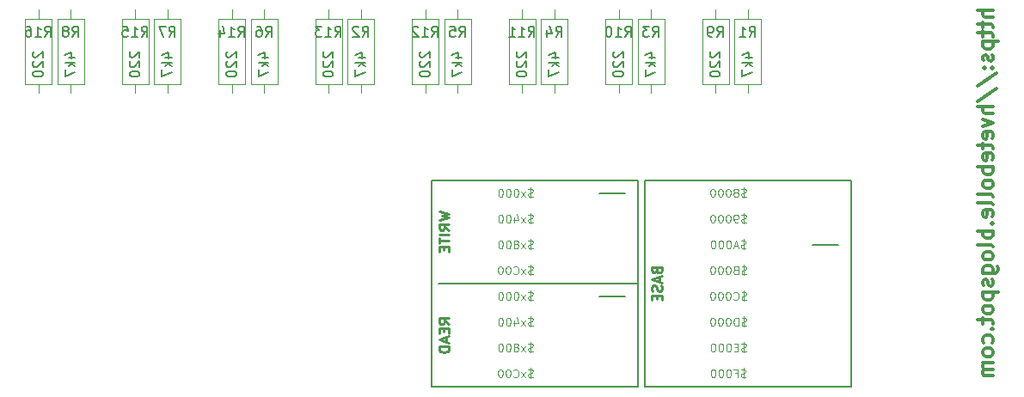
<source format=gbo>
G04 #@! TF.FileFunction,Legend,Bot*
%FSLAX46Y46*%
G04 Gerber Fmt 4.6, Leading zero omitted, Abs format (unit mm)*
G04 Created by KiCad (PCBNEW 4.0.7) date 02/14/19 14:28:20*
%MOMM*%
%LPD*%
G01*
G04 APERTURE LIST*
%ADD10C,0.100000*%
%ADD11C,0.200000*%
%ADD12C,0.250000*%
%ADD13C,0.300000*%
%ADD14C,0.120000*%
%ADD15C,0.150000*%
G04 APERTURE END LIST*
D10*
D11*
X135255000Y-127635000D02*
X137795000Y-127635000D01*
X135255000Y-117475000D02*
X137795000Y-117475000D01*
X156210000Y-122555000D02*
X158750000Y-122555000D01*
D12*
X140898571Y-125079286D02*
X140946190Y-125222143D01*
X140993810Y-125269762D01*
X141089048Y-125317381D01*
X141231905Y-125317381D01*
X141327143Y-125269762D01*
X141374762Y-125222143D01*
X141422381Y-125126905D01*
X141422381Y-124745952D01*
X140422381Y-124745952D01*
X140422381Y-125079286D01*
X140470000Y-125174524D01*
X140517619Y-125222143D01*
X140612857Y-125269762D01*
X140708095Y-125269762D01*
X140803333Y-125222143D01*
X140850952Y-125174524D01*
X140898571Y-125079286D01*
X140898571Y-124745952D01*
X141136667Y-125698333D02*
X141136667Y-126174524D01*
X141422381Y-125603095D02*
X140422381Y-125936428D01*
X141422381Y-126269762D01*
X141374762Y-126555476D02*
X141422381Y-126698333D01*
X141422381Y-126936429D01*
X141374762Y-127031667D01*
X141327143Y-127079286D01*
X141231905Y-127126905D01*
X141136667Y-127126905D01*
X141041429Y-127079286D01*
X140993810Y-127031667D01*
X140946190Y-126936429D01*
X140898571Y-126745952D01*
X140850952Y-126650714D01*
X140803333Y-126603095D01*
X140708095Y-126555476D01*
X140612857Y-126555476D01*
X140517619Y-126603095D01*
X140470000Y-126650714D01*
X140422381Y-126745952D01*
X140422381Y-126984048D01*
X140470000Y-127126905D01*
X140898571Y-127555476D02*
X140898571Y-127888810D01*
X141422381Y-128031667D02*
X141422381Y-127555476D01*
X140422381Y-127555476D01*
X140422381Y-128031667D01*
D11*
X139700000Y-136525000D02*
X139700000Y-116205000D01*
X160020000Y-136525000D02*
X139700000Y-136525000D01*
X160020000Y-116205000D02*
X160020000Y-136525000D01*
X139700000Y-116205000D02*
X160020000Y-116205000D01*
X119380000Y-126365000D02*
X139065000Y-126365000D01*
X118745000Y-136525000D02*
X118745000Y-116205000D01*
X139065000Y-136525000D02*
X118745000Y-136525000D01*
X139065000Y-116205000D02*
X139065000Y-136525000D01*
X118745000Y-116205000D02*
X139065000Y-116205000D01*
D10*
X128714286Y-135578810D02*
X128600000Y-135616905D01*
X128409524Y-135616905D01*
X128333334Y-135578810D01*
X128295238Y-135540714D01*
X128257143Y-135464524D01*
X128257143Y-135388333D01*
X128295238Y-135312143D01*
X128333334Y-135274048D01*
X128409524Y-135235952D01*
X128561905Y-135197857D01*
X128638096Y-135159762D01*
X128676191Y-135121667D01*
X128714286Y-135045476D01*
X128714286Y-134969286D01*
X128676191Y-134893095D01*
X128638096Y-134855000D01*
X128561905Y-134816905D01*
X128371429Y-134816905D01*
X128257143Y-134855000D01*
X128485715Y-134702619D02*
X128485715Y-135731190D01*
X127990476Y-135616905D02*
X127571429Y-135083571D01*
X127990476Y-135083571D02*
X127571429Y-135616905D01*
X126809524Y-135540714D02*
X126847619Y-135578810D01*
X126961905Y-135616905D01*
X127038095Y-135616905D01*
X127152381Y-135578810D01*
X127228572Y-135502619D01*
X127266667Y-135426429D01*
X127304762Y-135274048D01*
X127304762Y-135159762D01*
X127266667Y-135007381D01*
X127228572Y-134931190D01*
X127152381Y-134855000D01*
X127038095Y-134816905D01*
X126961905Y-134816905D01*
X126847619Y-134855000D01*
X126809524Y-134893095D01*
X126314286Y-134816905D02*
X126238095Y-134816905D01*
X126161905Y-134855000D01*
X126123810Y-134893095D01*
X126085714Y-134969286D01*
X126047619Y-135121667D01*
X126047619Y-135312143D01*
X126085714Y-135464524D01*
X126123810Y-135540714D01*
X126161905Y-135578810D01*
X126238095Y-135616905D01*
X126314286Y-135616905D01*
X126390476Y-135578810D01*
X126428572Y-135540714D01*
X126466667Y-135464524D01*
X126504762Y-135312143D01*
X126504762Y-135121667D01*
X126466667Y-134969286D01*
X126428572Y-134893095D01*
X126390476Y-134855000D01*
X126314286Y-134816905D01*
X125552381Y-134816905D02*
X125476190Y-134816905D01*
X125400000Y-134855000D01*
X125361905Y-134893095D01*
X125323809Y-134969286D01*
X125285714Y-135121667D01*
X125285714Y-135312143D01*
X125323809Y-135464524D01*
X125361905Y-135540714D01*
X125400000Y-135578810D01*
X125476190Y-135616905D01*
X125552381Y-135616905D01*
X125628571Y-135578810D01*
X125666667Y-135540714D01*
X125704762Y-135464524D01*
X125742857Y-135312143D01*
X125742857Y-135121667D01*
X125704762Y-134969286D01*
X125666667Y-134893095D01*
X125628571Y-134855000D01*
X125552381Y-134816905D01*
X128695238Y-133038810D02*
X128580952Y-133076905D01*
X128390476Y-133076905D01*
X128314286Y-133038810D01*
X128276190Y-133000714D01*
X128238095Y-132924524D01*
X128238095Y-132848333D01*
X128276190Y-132772143D01*
X128314286Y-132734048D01*
X128390476Y-132695952D01*
X128542857Y-132657857D01*
X128619048Y-132619762D01*
X128657143Y-132581667D01*
X128695238Y-132505476D01*
X128695238Y-132429286D01*
X128657143Y-132353095D01*
X128619048Y-132315000D01*
X128542857Y-132276905D01*
X128352381Y-132276905D01*
X128238095Y-132315000D01*
X128466667Y-132162619D02*
X128466667Y-133191190D01*
X127971428Y-133076905D02*
X127552381Y-132543571D01*
X127971428Y-132543571D02*
X127552381Y-133076905D01*
X127133333Y-132619762D02*
X127209524Y-132581667D01*
X127247619Y-132543571D01*
X127285714Y-132467381D01*
X127285714Y-132429286D01*
X127247619Y-132353095D01*
X127209524Y-132315000D01*
X127133333Y-132276905D01*
X126980952Y-132276905D01*
X126904762Y-132315000D01*
X126866666Y-132353095D01*
X126828571Y-132429286D01*
X126828571Y-132467381D01*
X126866666Y-132543571D01*
X126904762Y-132581667D01*
X126980952Y-132619762D01*
X127133333Y-132619762D01*
X127209524Y-132657857D01*
X127247619Y-132695952D01*
X127285714Y-132772143D01*
X127285714Y-132924524D01*
X127247619Y-133000714D01*
X127209524Y-133038810D01*
X127133333Y-133076905D01*
X126980952Y-133076905D01*
X126904762Y-133038810D01*
X126866666Y-133000714D01*
X126828571Y-132924524D01*
X126828571Y-132772143D01*
X126866666Y-132695952D01*
X126904762Y-132657857D01*
X126980952Y-132619762D01*
X126333333Y-132276905D02*
X126257142Y-132276905D01*
X126180952Y-132315000D01*
X126142857Y-132353095D01*
X126104761Y-132429286D01*
X126066666Y-132581667D01*
X126066666Y-132772143D01*
X126104761Y-132924524D01*
X126142857Y-133000714D01*
X126180952Y-133038810D01*
X126257142Y-133076905D01*
X126333333Y-133076905D01*
X126409523Y-133038810D01*
X126447619Y-133000714D01*
X126485714Y-132924524D01*
X126523809Y-132772143D01*
X126523809Y-132581667D01*
X126485714Y-132429286D01*
X126447619Y-132353095D01*
X126409523Y-132315000D01*
X126333333Y-132276905D01*
X125571428Y-132276905D02*
X125495237Y-132276905D01*
X125419047Y-132315000D01*
X125380952Y-132353095D01*
X125342856Y-132429286D01*
X125304761Y-132581667D01*
X125304761Y-132772143D01*
X125342856Y-132924524D01*
X125380952Y-133000714D01*
X125419047Y-133038810D01*
X125495237Y-133076905D01*
X125571428Y-133076905D01*
X125647618Y-133038810D01*
X125685714Y-133000714D01*
X125723809Y-132924524D01*
X125761904Y-132772143D01*
X125761904Y-132581667D01*
X125723809Y-132429286D01*
X125685714Y-132353095D01*
X125647618Y-132315000D01*
X125571428Y-132276905D01*
X128695238Y-130498810D02*
X128580952Y-130536905D01*
X128390476Y-130536905D01*
X128314286Y-130498810D01*
X128276190Y-130460714D01*
X128238095Y-130384524D01*
X128238095Y-130308333D01*
X128276190Y-130232143D01*
X128314286Y-130194048D01*
X128390476Y-130155952D01*
X128542857Y-130117857D01*
X128619048Y-130079762D01*
X128657143Y-130041667D01*
X128695238Y-129965476D01*
X128695238Y-129889286D01*
X128657143Y-129813095D01*
X128619048Y-129775000D01*
X128542857Y-129736905D01*
X128352381Y-129736905D01*
X128238095Y-129775000D01*
X128466667Y-129622619D02*
X128466667Y-130651190D01*
X127971428Y-130536905D02*
X127552381Y-130003571D01*
X127971428Y-130003571D02*
X127552381Y-130536905D01*
X126904762Y-130003571D02*
X126904762Y-130536905D01*
X127095238Y-129698810D02*
X127285714Y-130270238D01*
X126790476Y-130270238D01*
X126333333Y-129736905D02*
X126257142Y-129736905D01*
X126180952Y-129775000D01*
X126142857Y-129813095D01*
X126104761Y-129889286D01*
X126066666Y-130041667D01*
X126066666Y-130232143D01*
X126104761Y-130384524D01*
X126142857Y-130460714D01*
X126180952Y-130498810D01*
X126257142Y-130536905D01*
X126333333Y-130536905D01*
X126409523Y-130498810D01*
X126447619Y-130460714D01*
X126485714Y-130384524D01*
X126523809Y-130232143D01*
X126523809Y-130041667D01*
X126485714Y-129889286D01*
X126447619Y-129813095D01*
X126409523Y-129775000D01*
X126333333Y-129736905D01*
X125571428Y-129736905D02*
X125495237Y-129736905D01*
X125419047Y-129775000D01*
X125380952Y-129813095D01*
X125342856Y-129889286D01*
X125304761Y-130041667D01*
X125304761Y-130232143D01*
X125342856Y-130384524D01*
X125380952Y-130460714D01*
X125419047Y-130498810D01*
X125495237Y-130536905D01*
X125571428Y-130536905D01*
X125647618Y-130498810D01*
X125685714Y-130460714D01*
X125723809Y-130384524D01*
X125761904Y-130232143D01*
X125761904Y-130041667D01*
X125723809Y-129889286D01*
X125685714Y-129813095D01*
X125647618Y-129775000D01*
X125571428Y-129736905D01*
X128714286Y-125418810D02*
X128600000Y-125456905D01*
X128409524Y-125456905D01*
X128333334Y-125418810D01*
X128295238Y-125380714D01*
X128257143Y-125304524D01*
X128257143Y-125228333D01*
X128295238Y-125152143D01*
X128333334Y-125114048D01*
X128409524Y-125075952D01*
X128561905Y-125037857D01*
X128638096Y-124999762D01*
X128676191Y-124961667D01*
X128714286Y-124885476D01*
X128714286Y-124809286D01*
X128676191Y-124733095D01*
X128638096Y-124695000D01*
X128561905Y-124656905D01*
X128371429Y-124656905D01*
X128257143Y-124695000D01*
X128485715Y-124542619D02*
X128485715Y-125571190D01*
X127990476Y-125456905D02*
X127571429Y-124923571D01*
X127990476Y-124923571D02*
X127571429Y-125456905D01*
X126809524Y-125380714D02*
X126847619Y-125418810D01*
X126961905Y-125456905D01*
X127038095Y-125456905D01*
X127152381Y-125418810D01*
X127228572Y-125342619D01*
X127266667Y-125266429D01*
X127304762Y-125114048D01*
X127304762Y-124999762D01*
X127266667Y-124847381D01*
X127228572Y-124771190D01*
X127152381Y-124695000D01*
X127038095Y-124656905D01*
X126961905Y-124656905D01*
X126847619Y-124695000D01*
X126809524Y-124733095D01*
X126314286Y-124656905D02*
X126238095Y-124656905D01*
X126161905Y-124695000D01*
X126123810Y-124733095D01*
X126085714Y-124809286D01*
X126047619Y-124961667D01*
X126047619Y-125152143D01*
X126085714Y-125304524D01*
X126123810Y-125380714D01*
X126161905Y-125418810D01*
X126238095Y-125456905D01*
X126314286Y-125456905D01*
X126390476Y-125418810D01*
X126428572Y-125380714D01*
X126466667Y-125304524D01*
X126504762Y-125152143D01*
X126504762Y-124961667D01*
X126466667Y-124809286D01*
X126428572Y-124733095D01*
X126390476Y-124695000D01*
X126314286Y-124656905D01*
X125552381Y-124656905D02*
X125476190Y-124656905D01*
X125400000Y-124695000D01*
X125361905Y-124733095D01*
X125323809Y-124809286D01*
X125285714Y-124961667D01*
X125285714Y-125152143D01*
X125323809Y-125304524D01*
X125361905Y-125380714D01*
X125400000Y-125418810D01*
X125476190Y-125456905D01*
X125552381Y-125456905D01*
X125628571Y-125418810D01*
X125666667Y-125380714D01*
X125704762Y-125304524D01*
X125742857Y-125152143D01*
X125742857Y-124961667D01*
X125704762Y-124809286D01*
X125666667Y-124733095D01*
X125628571Y-124695000D01*
X125552381Y-124656905D01*
X128695238Y-122878810D02*
X128580952Y-122916905D01*
X128390476Y-122916905D01*
X128314286Y-122878810D01*
X128276190Y-122840714D01*
X128238095Y-122764524D01*
X128238095Y-122688333D01*
X128276190Y-122612143D01*
X128314286Y-122574048D01*
X128390476Y-122535952D01*
X128542857Y-122497857D01*
X128619048Y-122459762D01*
X128657143Y-122421667D01*
X128695238Y-122345476D01*
X128695238Y-122269286D01*
X128657143Y-122193095D01*
X128619048Y-122155000D01*
X128542857Y-122116905D01*
X128352381Y-122116905D01*
X128238095Y-122155000D01*
X128466667Y-122002619D02*
X128466667Y-123031190D01*
X127971428Y-122916905D02*
X127552381Y-122383571D01*
X127971428Y-122383571D02*
X127552381Y-122916905D01*
X127133333Y-122459762D02*
X127209524Y-122421667D01*
X127247619Y-122383571D01*
X127285714Y-122307381D01*
X127285714Y-122269286D01*
X127247619Y-122193095D01*
X127209524Y-122155000D01*
X127133333Y-122116905D01*
X126980952Y-122116905D01*
X126904762Y-122155000D01*
X126866666Y-122193095D01*
X126828571Y-122269286D01*
X126828571Y-122307381D01*
X126866666Y-122383571D01*
X126904762Y-122421667D01*
X126980952Y-122459762D01*
X127133333Y-122459762D01*
X127209524Y-122497857D01*
X127247619Y-122535952D01*
X127285714Y-122612143D01*
X127285714Y-122764524D01*
X127247619Y-122840714D01*
X127209524Y-122878810D01*
X127133333Y-122916905D01*
X126980952Y-122916905D01*
X126904762Y-122878810D01*
X126866666Y-122840714D01*
X126828571Y-122764524D01*
X126828571Y-122612143D01*
X126866666Y-122535952D01*
X126904762Y-122497857D01*
X126980952Y-122459762D01*
X126333333Y-122116905D02*
X126257142Y-122116905D01*
X126180952Y-122155000D01*
X126142857Y-122193095D01*
X126104761Y-122269286D01*
X126066666Y-122421667D01*
X126066666Y-122612143D01*
X126104761Y-122764524D01*
X126142857Y-122840714D01*
X126180952Y-122878810D01*
X126257142Y-122916905D01*
X126333333Y-122916905D01*
X126409523Y-122878810D01*
X126447619Y-122840714D01*
X126485714Y-122764524D01*
X126523809Y-122612143D01*
X126523809Y-122421667D01*
X126485714Y-122269286D01*
X126447619Y-122193095D01*
X126409523Y-122155000D01*
X126333333Y-122116905D01*
X125571428Y-122116905D02*
X125495237Y-122116905D01*
X125419047Y-122155000D01*
X125380952Y-122193095D01*
X125342856Y-122269286D01*
X125304761Y-122421667D01*
X125304761Y-122612143D01*
X125342856Y-122764524D01*
X125380952Y-122840714D01*
X125419047Y-122878810D01*
X125495237Y-122916905D01*
X125571428Y-122916905D01*
X125647618Y-122878810D01*
X125685714Y-122840714D01*
X125723809Y-122764524D01*
X125761904Y-122612143D01*
X125761904Y-122421667D01*
X125723809Y-122269286D01*
X125685714Y-122193095D01*
X125647618Y-122155000D01*
X125571428Y-122116905D01*
X128695238Y-120338810D02*
X128580952Y-120376905D01*
X128390476Y-120376905D01*
X128314286Y-120338810D01*
X128276190Y-120300714D01*
X128238095Y-120224524D01*
X128238095Y-120148333D01*
X128276190Y-120072143D01*
X128314286Y-120034048D01*
X128390476Y-119995952D01*
X128542857Y-119957857D01*
X128619048Y-119919762D01*
X128657143Y-119881667D01*
X128695238Y-119805476D01*
X128695238Y-119729286D01*
X128657143Y-119653095D01*
X128619048Y-119615000D01*
X128542857Y-119576905D01*
X128352381Y-119576905D01*
X128238095Y-119615000D01*
X128466667Y-119462619D02*
X128466667Y-120491190D01*
X127971428Y-120376905D02*
X127552381Y-119843571D01*
X127971428Y-119843571D02*
X127552381Y-120376905D01*
X126904762Y-119843571D02*
X126904762Y-120376905D01*
X127095238Y-119538810D02*
X127285714Y-120110238D01*
X126790476Y-120110238D01*
X126333333Y-119576905D02*
X126257142Y-119576905D01*
X126180952Y-119615000D01*
X126142857Y-119653095D01*
X126104761Y-119729286D01*
X126066666Y-119881667D01*
X126066666Y-120072143D01*
X126104761Y-120224524D01*
X126142857Y-120300714D01*
X126180952Y-120338810D01*
X126257142Y-120376905D01*
X126333333Y-120376905D01*
X126409523Y-120338810D01*
X126447619Y-120300714D01*
X126485714Y-120224524D01*
X126523809Y-120072143D01*
X126523809Y-119881667D01*
X126485714Y-119729286D01*
X126447619Y-119653095D01*
X126409523Y-119615000D01*
X126333333Y-119576905D01*
X125571428Y-119576905D02*
X125495237Y-119576905D01*
X125419047Y-119615000D01*
X125380952Y-119653095D01*
X125342856Y-119729286D01*
X125304761Y-119881667D01*
X125304761Y-120072143D01*
X125342856Y-120224524D01*
X125380952Y-120300714D01*
X125419047Y-120338810D01*
X125495237Y-120376905D01*
X125571428Y-120376905D01*
X125647618Y-120338810D01*
X125685714Y-120300714D01*
X125723809Y-120224524D01*
X125761904Y-120072143D01*
X125761904Y-119881667D01*
X125723809Y-119729286D01*
X125685714Y-119653095D01*
X125647618Y-119615000D01*
X125571428Y-119576905D01*
X128695238Y-127958810D02*
X128580952Y-127996905D01*
X128390476Y-127996905D01*
X128314286Y-127958810D01*
X128276190Y-127920714D01*
X128238095Y-127844524D01*
X128238095Y-127768333D01*
X128276190Y-127692143D01*
X128314286Y-127654048D01*
X128390476Y-127615952D01*
X128542857Y-127577857D01*
X128619048Y-127539762D01*
X128657143Y-127501667D01*
X128695238Y-127425476D01*
X128695238Y-127349286D01*
X128657143Y-127273095D01*
X128619048Y-127235000D01*
X128542857Y-127196905D01*
X128352381Y-127196905D01*
X128238095Y-127235000D01*
X128466667Y-127082619D02*
X128466667Y-128111190D01*
X127971428Y-127996905D02*
X127552381Y-127463571D01*
X127971428Y-127463571D02*
X127552381Y-127996905D01*
X127095238Y-127196905D02*
X127019047Y-127196905D01*
X126942857Y-127235000D01*
X126904762Y-127273095D01*
X126866666Y-127349286D01*
X126828571Y-127501667D01*
X126828571Y-127692143D01*
X126866666Y-127844524D01*
X126904762Y-127920714D01*
X126942857Y-127958810D01*
X127019047Y-127996905D01*
X127095238Y-127996905D01*
X127171428Y-127958810D01*
X127209524Y-127920714D01*
X127247619Y-127844524D01*
X127285714Y-127692143D01*
X127285714Y-127501667D01*
X127247619Y-127349286D01*
X127209524Y-127273095D01*
X127171428Y-127235000D01*
X127095238Y-127196905D01*
X126333333Y-127196905D02*
X126257142Y-127196905D01*
X126180952Y-127235000D01*
X126142857Y-127273095D01*
X126104761Y-127349286D01*
X126066666Y-127501667D01*
X126066666Y-127692143D01*
X126104761Y-127844524D01*
X126142857Y-127920714D01*
X126180952Y-127958810D01*
X126257142Y-127996905D01*
X126333333Y-127996905D01*
X126409523Y-127958810D01*
X126447619Y-127920714D01*
X126485714Y-127844524D01*
X126523809Y-127692143D01*
X126523809Y-127501667D01*
X126485714Y-127349286D01*
X126447619Y-127273095D01*
X126409523Y-127235000D01*
X126333333Y-127196905D01*
X125571428Y-127196905D02*
X125495237Y-127196905D01*
X125419047Y-127235000D01*
X125380952Y-127273095D01*
X125342856Y-127349286D01*
X125304761Y-127501667D01*
X125304761Y-127692143D01*
X125342856Y-127844524D01*
X125380952Y-127920714D01*
X125419047Y-127958810D01*
X125495237Y-127996905D01*
X125571428Y-127996905D01*
X125647618Y-127958810D01*
X125685714Y-127920714D01*
X125723809Y-127844524D01*
X125761904Y-127692143D01*
X125761904Y-127501667D01*
X125723809Y-127349286D01*
X125685714Y-127273095D01*
X125647618Y-127235000D01*
X125571428Y-127196905D01*
X128695238Y-117798810D02*
X128580952Y-117836905D01*
X128390476Y-117836905D01*
X128314286Y-117798810D01*
X128276190Y-117760714D01*
X128238095Y-117684524D01*
X128238095Y-117608333D01*
X128276190Y-117532143D01*
X128314286Y-117494048D01*
X128390476Y-117455952D01*
X128542857Y-117417857D01*
X128619048Y-117379762D01*
X128657143Y-117341667D01*
X128695238Y-117265476D01*
X128695238Y-117189286D01*
X128657143Y-117113095D01*
X128619048Y-117075000D01*
X128542857Y-117036905D01*
X128352381Y-117036905D01*
X128238095Y-117075000D01*
X128466667Y-116922619D02*
X128466667Y-117951190D01*
X127971428Y-117836905D02*
X127552381Y-117303571D01*
X127971428Y-117303571D02*
X127552381Y-117836905D01*
X127095238Y-117036905D02*
X127019047Y-117036905D01*
X126942857Y-117075000D01*
X126904762Y-117113095D01*
X126866666Y-117189286D01*
X126828571Y-117341667D01*
X126828571Y-117532143D01*
X126866666Y-117684524D01*
X126904762Y-117760714D01*
X126942857Y-117798810D01*
X127019047Y-117836905D01*
X127095238Y-117836905D01*
X127171428Y-117798810D01*
X127209524Y-117760714D01*
X127247619Y-117684524D01*
X127285714Y-117532143D01*
X127285714Y-117341667D01*
X127247619Y-117189286D01*
X127209524Y-117113095D01*
X127171428Y-117075000D01*
X127095238Y-117036905D01*
X126333333Y-117036905D02*
X126257142Y-117036905D01*
X126180952Y-117075000D01*
X126142857Y-117113095D01*
X126104761Y-117189286D01*
X126066666Y-117341667D01*
X126066666Y-117532143D01*
X126104761Y-117684524D01*
X126142857Y-117760714D01*
X126180952Y-117798810D01*
X126257142Y-117836905D01*
X126333333Y-117836905D01*
X126409523Y-117798810D01*
X126447619Y-117760714D01*
X126485714Y-117684524D01*
X126523809Y-117532143D01*
X126523809Y-117341667D01*
X126485714Y-117189286D01*
X126447619Y-117113095D01*
X126409523Y-117075000D01*
X126333333Y-117036905D01*
X125571428Y-117036905D02*
X125495237Y-117036905D01*
X125419047Y-117075000D01*
X125380952Y-117113095D01*
X125342856Y-117189286D01*
X125304761Y-117341667D01*
X125304761Y-117532143D01*
X125342856Y-117684524D01*
X125380952Y-117760714D01*
X125419047Y-117798810D01*
X125495237Y-117836905D01*
X125571428Y-117836905D01*
X125647618Y-117798810D01*
X125685714Y-117760714D01*
X125723809Y-117684524D01*
X125761904Y-117532143D01*
X125761904Y-117341667D01*
X125723809Y-117189286D01*
X125685714Y-117113095D01*
X125647618Y-117075000D01*
X125571428Y-117036905D01*
X149669286Y-135578810D02*
X149555000Y-135616905D01*
X149364524Y-135616905D01*
X149288334Y-135578810D01*
X149250238Y-135540714D01*
X149212143Y-135464524D01*
X149212143Y-135388333D01*
X149250238Y-135312143D01*
X149288334Y-135274048D01*
X149364524Y-135235952D01*
X149516905Y-135197857D01*
X149593096Y-135159762D01*
X149631191Y-135121667D01*
X149669286Y-135045476D01*
X149669286Y-134969286D01*
X149631191Y-134893095D01*
X149593096Y-134855000D01*
X149516905Y-134816905D01*
X149326429Y-134816905D01*
X149212143Y-134855000D01*
X149440715Y-134702619D02*
X149440715Y-135731190D01*
X148602619Y-135197857D02*
X148869286Y-135197857D01*
X148869286Y-135616905D02*
X148869286Y-134816905D01*
X148488333Y-134816905D01*
X148031191Y-134816905D02*
X147955000Y-134816905D01*
X147878810Y-134855000D01*
X147840715Y-134893095D01*
X147802619Y-134969286D01*
X147764524Y-135121667D01*
X147764524Y-135312143D01*
X147802619Y-135464524D01*
X147840715Y-135540714D01*
X147878810Y-135578810D01*
X147955000Y-135616905D01*
X148031191Y-135616905D01*
X148107381Y-135578810D01*
X148145477Y-135540714D01*
X148183572Y-135464524D01*
X148221667Y-135312143D01*
X148221667Y-135121667D01*
X148183572Y-134969286D01*
X148145477Y-134893095D01*
X148107381Y-134855000D01*
X148031191Y-134816905D01*
X147269286Y-134816905D02*
X147193095Y-134816905D01*
X147116905Y-134855000D01*
X147078810Y-134893095D01*
X147040714Y-134969286D01*
X147002619Y-135121667D01*
X147002619Y-135312143D01*
X147040714Y-135464524D01*
X147078810Y-135540714D01*
X147116905Y-135578810D01*
X147193095Y-135616905D01*
X147269286Y-135616905D01*
X147345476Y-135578810D01*
X147383572Y-135540714D01*
X147421667Y-135464524D01*
X147459762Y-135312143D01*
X147459762Y-135121667D01*
X147421667Y-134969286D01*
X147383572Y-134893095D01*
X147345476Y-134855000D01*
X147269286Y-134816905D01*
X146507381Y-134816905D02*
X146431190Y-134816905D01*
X146355000Y-134855000D01*
X146316905Y-134893095D01*
X146278809Y-134969286D01*
X146240714Y-135121667D01*
X146240714Y-135312143D01*
X146278809Y-135464524D01*
X146316905Y-135540714D01*
X146355000Y-135578810D01*
X146431190Y-135616905D01*
X146507381Y-135616905D01*
X146583571Y-135578810D01*
X146621667Y-135540714D01*
X146659762Y-135464524D01*
X146697857Y-135312143D01*
X146697857Y-135121667D01*
X146659762Y-134969286D01*
X146621667Y-134893095D01*
X146583571Y-134855000D01*
X146507381Y-134816905D01*
X149688334Y-133038810D02*
X149574048Y-133076905D01*
X149383572Y-133076905D01*
X149307382Y-133038810D01*
X149269286Y-133000714D01*
X149231191Y-132924524D01*
X149231191Y-132848333D01*
X149269286Y-132772143D01*
X149307382Y-132734048D01*
X149383572Y-132695952D01*
X149535953Y-132657857D01*
X149612144Y-132619762D01*
X149650239Y-132581667D01*
X149688334Y-132505476D01*
X149688334Y-132429286D01*
X149650239Y-132353095D01*
X149612144Y-132315000D01*
X149535953Y-132276905D01*
X149345477Y-132276905D01*
X149231191Y-132315000D01*
X149459763Y-132162619D02*
X149459763Y-133191190D01*
X148888334Y-132657857D02*
X148621667Y-132657857D01*
X148507381Y-133076905D02*
X148888334Y-133076905D01*
X148888334Y-132276905D01*
X148507381Y-132276905D01*
X148012143Y-132276905D02*
X147935952Y-132276905D01*
X147859762Y-132315000D01*
X147821667Y-132353095D01*
X147783571Y-132429286D01*
X147745476Y-132581667D01*
X147745476Y-132772143D01*
X147783571Y-132924524D01*
X147821667Y-133000714D01*
X147859762Y-133038810D01*
X147935952Y-133076905D01*
X148012143Y-133076905D01*
X148088333Y-133038810D01*
X148126429Y-133000714D01*
X148164524Y-132924524D01*
X148202619Y-132772143D01*
X148202619Y-132581667D01*
X148164524Y-132429286D01*
X148126429Y-132353095D01*
X148088333Y-132315000D01*
X148012143Y-132276905D01*
X147250238Y-132276905D02*
X147174047Y-132276905D01*
X147097857Y-132315000D01*
X147059762Y-132353095D01*
X147021666Y-132429286D01*
X146983571Y-132581667D01*
X146983571Y-132772143D01*
X147021666Y-132924524D01*
X147059762Y-133000714D01*
X147097857Y-133038810D01*
X147174047Y-133076905D01*
X147250238Y-133076905D01*
X147326428Y-133038810D01*
X147364524Y-133000714D01*
X147402619Y-132924524D01*
X147440714Y-132772143D01*
X147440714Y-132581667D01*
X147402619Y-132429286D01*
X147364524Y-132353095D01*
X147326428Y-132315000D01*
X147250238Y-132276905D01*
X146488333Y-132276905D02*
X146412142Y-132276905D01*
X146335952Y-132315000D01*
X146297857Y-132353095D01*
X146259761Y-132429286D01*
X146221666Y-132581667D01*
X146221666Y-132772143D01*
X146259761Y-132924524D01*
X146297857Y-133000714D01*
X146335952Y-133038810D01*
X146412142Y-133076905D01*
X146488333Y-133076905D01*
X146564523Y-133038810D01*
X146602619Y-133000714D01*
X146640714Y-132924524D01*
X146678809Y-132772143D01*
X146678809Y-132581667D01*
X146640714Y-132429286D01*
X146602619Y-132353095D01*
X146564523Y-132315000D01*
X146488333Y-132276905D01*
X149726429Y-130498810D02*
X149612143Y-130536905D01*
X149421667Y-130536905D01*
X149345477Y-130498810D01*
X149307381Y-130460714D01*
X149269286Y-130384524D01*
X149269286Y-130308333D01*
X149307381Y-130232143D01*
X149345477Y-130194048D01*
X149421667Y-130155952D01*
X149574048Y-130117857D01*
X149650239Y-130079762D01*
X149688334Y-130041667D01*
X149726429Y-129965476D01*
X149726429Y-129889286D01*
X149688334Y-129813095D01*
X149650239Y-129775000D01*
X149574048Y-129736905D01*
X149383572Y-129736905D01*
X149269286Y-129775000D01*
X149497858Y-129622619D02*
X149497858Y-130651190D01*
X148926429Y-130536905D02*
X148926429Y-129736905D01*
X148735953Y-129736905D01*
X148621667Y-129775000D01*
X148545476Y-129851190D01*
X148507381Y-129927381D01*
X148469286Y-130079762D01*
X148469286Y-130194048D01*
X148507381Y-130346429D01*
X148545476Y-130422619D01*
X148621667Y-130498810D01*
X148735953Y-130536905D01*
X148926429Y-130536905D01*
X147974048Y-129736905D02*
X147897857Y-129736905D01*
X147821667Y-129775000D01*
X147783572Y-129813095D01*
X147745476Y-129889286D01*
X147707381Y-130041667D01*
X147707381Y-130232143D01*
X147745476Y-130384524D01*
X147783572Y-130460714D01*
X147821667Y-130498810D01*
X147897857Y-130536905D01*
X147974048Y-130536905D01*
X148050238Y-130498810D01*
X148088334Y-130460714D01*
X148126429Y-130384524D01*
X148164524Y-130232143D01*
X148164524Y-130041667D01*
X148126429Y-129889286D01*
X148088334Y-129813095D01*
X148050238Y-129775000D01*
X147974048Y-129736905D01*
X147212143Y-129736905D02*
X147135952Y-129736905D01*
X147059762Y-129775000D01*
X147021667Y-129813095D01*
X146983571Y-129889286D01*
X146945476Y-130041667D01*
X146945476Y-130232143D01*
X146983571Y-130384524D01*
X147021667Y-130460714D01*
X147059762Y-130498810D01*
X147135952Y-130536905D01*
X147212143Y-130536905D01*
X147288333Y-130498810D01*
X147326429Y-130460714D01*
X147364524Y-130384524D01*
X147402619Y-130232143D01*
X147402619Y-130041667D01*
X147364524Y-129889286D01*
X147326429Y-129813095D01*
X147288333Y-129775000D01*
X147212143Y-129736905D01*
X146450238Y-129736905D02*
X146374047Y-129736905D01*
X146297857Y-129775000D01*
X146259762Y-129813095D01*
X146221666Y-129889286D01*
X146183571Y-130041667D01*
X146183571Y-130232143D01*
X146221666Y-130384524D01*
X146259762Y-130460714D01*
X146297857Y-130498810D01*
X146374047Y-130536905D01*
X146450238Y-130536905D01*
X146526428Y-130498810D01*
X146564524Y-130460714D01*
X146602619Y-130384524D01*
X146640714Y-130232143D01*
X146640714Y-130041667D01*
X146602619Y-129889286D01*
X146564524Y-129813095D01*
X146526428Y-129775000D01*
X146450238Y-129736905D01*
X149726429Y-127958810D02*
X149612143Y-127996905D01*
X149421667Y-127996905D01*
X149345477Y-127958810D01*
X149307381Y-127920714D01*
X149269286Y-127844524D01*
X149269286Y-127768333D01*
X149307381Y-127692143D01*
X149345477Y-127654048D01*
X149421667Y-127615952D01*
X149574048Y-127577857D01*
X149650239Y-127539762D01*
X149688334Y-127501667D01*
X149726429Y-127425476D01*
X149726429Y-127349286D01*
X149688334Y-127273095D01*
X149650239Y-127235000D01*
X149574048Y-127196905D01*
X149383572Y-127196905D01*
X149269286Y-127235000D01*
X149497858Y-127082619D02*
X149497858Y-128111190D01*
X148469286Y-127920714D02*
X148507381Y-127958810D01*
X148621667Y-127996905D01*
X148697857Y-127996905D01*
X148812143Y-127958810D01*
X148888334Y-127882619D01*
X148926429Y-127806429D01*
X148964524Y-127654048D01*
X148964524Y-127539762D01*
X148926429Y-127387381D01*
X148888334Y-127311190D01*
X148812143Y-127235000D01*
X148697857Y-127196905D01*
X148621667Y-127196905D01*
X148507381Y-127235000D01*
X148469286Y-127273095D01*
X147974048Y-127196905D02*
X147897857Y-127196905D01*
X147821667Y-127235000D01*
X147783572Y-127273095D01*
X147745476Y-127349286D01*
X147707381Y-127501667D01*
X147707381Y-127692143D01*
X147745476Y-127844524D01*
X147783572Y-127920714D01*
X147821667Y-127958810D01*
X147897857Y-127996905D01*
X147974048Y-127996905D01*
X148050238Y-127958810D01*
X148088334Y-127920714D01*
X148126429Y-127844524D01*
X148164524Y-127692143D01*
X148164524Y-127501667D01*
X148126429Y-127349286D01*
X148088334Y-127273095D01*
X148050238Y-127235000D01*
X147974048Y-127196905D01*
X147212143Y-127196905D02*
X147135952Y-127196905D01*
X147059762Y-127235000D01*
X147021667Y-127273095D01*
X146983571Y-127349286D01*
X146945476Y-127501667D01*
X146945476Y-127692143D01*
X146983571Y-127844524D01*
X147021667Y-127920714D01*
X147059762Y-127958810D01*
X147135952Y-127996905D01*
X147212143Y-127996905D01*
X147288333Y-127958810D01*
X147326429Y-127920714D01*
X147364524Y-127844524D01*
X147402619Y-127692143D01*
X147402619Y-127501667D01*
X147364524Y-127349286D01*
X147326429Y-127273095D01*
X147288333Y-127235000D01*
X147212143Y-127196905D01*
X146450238Y-127196905D02*
X146374047Y-127196905D01*
X146297857Y-127235000D01*
X146259762Y-127273095D01*
X146221666Y-127349286D01*
X146183571Y-127501667D01*
X146183571Y-127692143D01*
X146221666Y-127844524D01*
X146259762Y-127920714D01*
X146297857Y-127958810D01*
X146374047Y-127996905D01*
X146450238Y-127996905D01*
X146526428Y-127958810D01*
X146564524Y-127920714D01*
X146602619Y-127844524D01*
X146640714Y-127692143D01*
X146640714Y-127501667D01*
X146602619Y-127349286D01*
X146564524Y-127273095D01*
X146526428Y-127235000D01*
X146450238Y-127196905D01*
X149726429Y-125418810D02*
X149612143Y-125456905D01*
X149421667Y-125456905D01*
X149345477Y-125418810D01*
X149307381Y-125380714D01*
X149269286Y-125304524D01*
X149269286Y-125228333D01*
X149307381Y-125152143D01*
X149345477Y-125114048D01*
X149421667Y-125075952D01*
X149574048Y-125037857D01*
X149650239Y-124999762D01*
X149688334Y-124961667D01*
X149726429Y-124885476D01*
X149726429Y-124809286D01*
X149688334Y-124733095D01*
X149650239Y-124695000D01*
X149574048Y-124656905D01*
X149383572Y-124656905D01*
X149269286Y-124695000D01*
X149497858Y-124542619D02*
X149497858Y-125571190D01*
X148659762Y-125037857D02*
X148545476Y-125075952D01*
X148507381Y-125114048D01*
X148469286Y-125190238D01*
X148469286Y-125304524D01*
X148507381Y-125380714D01*
X148545476Y-125418810D01*
X148621667Y-125456905D01*
X148926429Y-125456905D01*
X148926429Y-124656905D01*
X148659762Y-124656905D01*
X148583572Y-124695000D01*
X148545476Y-124733095D01*
X148507381Y-124809286D01*
X148507381Y-124885476D01*
X148545476Y-124961667D01*
X148583572Y-124999762D01*
X148659762Y-125037857D01*
X148926429Y-125037857D01*
X147974048Y-124656905D02*
X147897857Y-124656905D01*
X147821667Y-124695000D01*
X147783572Y-124733095D01*
X147745476Y-124809286D01*
X147707381Y-124961667D01*
X147707381Y-125152143D01*
X147745476Y-125304524D01*
X147783572Y-125380714D01*
X147821667Y-125418810D01*
X147897857Y-125456905D01*
X147974048Y-125456905D01*
X148050238Y-125418810D01*
X148088334Y-125380714D01*
X148126429Y-125304524D01*
X148164524Y-125152143D01*
X148164524Y-124961667D01*
X148126429Y-124809286D01*
X148088334Y-124733095D01*
X148050238Y-124695000D01*
X147974048Y-124656905D01*
X147212143Y-124656905D02*
X147135952Y-124656905D01*
X147059762Y-124695000D01*
X147021667Y-124733095D01*
X146983571Y-124809286D01*
X146945476Y-124961667D01*
X146945476Y-125152143D01*
X146983571Y-125304524D01*
X147021667Y-125380714D01*
X147059762Y-125418810D01*
X147135952Y-125456905D01*
X147212143Y-125456905D01*
X147288333Y-125418810D01*
X147326429Y-125380714D01*
X147364524Y-125304524D01*
X147402619Y-125152143D01*
X147402619Y-124961667D01*
X147364524Y-124809286D01*
X147326429Y-124733095D01*
X147288333Y-124695000D01*
X147212143Y-124656905D01*
X146450238Y-124656905D02*
X146374047Y-124656905D01*
X146297857Y-124695000D01*
X146259762Y-124733095D01*
X146221666Y-124809286D01*
X146183571Y-124961667D01*
X146183571Y-125152143D01*
X146221666Y-125304524D01*
X146259762Y-125380714D01*
X146297857Y-125418810D01*
X146374047Y-125456905D01*
X146450238Y-125456905D01*
X146526428Y-125418810D01*
X146564524Y-125380714D01*
X146602619Y-125304524D01*
X146640714Y-125152143D01*
X146640714Y-124961667D01*
X146602619Y-124809286D01*
X146564524Y-124733095D01*
X146526428Y-124695000D01*
X146450238Y-124656905D01*
X149669286Y-122878810D02*
X149555000Y-122916905D01*
X149364524Y-122916905D01*
X149288334Y-122878810D01*
X149250238Y-122840714D01*
X149212143Y-122764524D01*
X149212143Y-122688333D01*
X149250238Y-122612143D01*
X149288334Y-122574048D01*
X149364524Y-122535952D01*
X149516905Y-122497857D01*
X149593096Y-122459762D01*
X149631191Y-122421667D01*
X149669286Y-122345476D01*
X149669286Y-122269286D01*
X149631191Y-122193095D01*
X149593096Y-122155000D01*
X149516905Y-122116905D01*
X149326429Y-122116905D01*
X149212143Y-122155000D01*
X149440715Y-122002619D02*
X149440715Y-123031190D01*
X148907381Y-122688333D02*
X148526429Y-122688333D01*
X148983572Y-122916905D02*
X148716905Y-122116905D01*
X148450238Y-122916905D01*
X148031191Y-122116905D02*
X147955000Y-122116905D01*
X147878810Y-122155000D01*
X147840715Y-122193095D01*
X147802619Y-122269286D01*
X147764524Y-122421667D01*
X147764524Y-122612143D01*
X147802619Y-122764524D01*
X147840715Y-122840714D01*
X147878810Y-122878810D01*
X147955000Y-122916905D01*
X148031191Y-122916905D01*
X148107381Y-122878810D01*
X148145477Y-122840714D01*
X148183572Y-122764524D01*
X148221667Y-122612143D01*
X148221667Y-122421667D01*
X148183572Y-122269286D01*
X148145477Y-122193095D01*
X148107381Y-122155000D01*
X148031191Y-122116905D01*
X147269286Y-122116905D02*
X147193095Y-122116905D01*
X147116905Y-122155000D01*
X147078810Y-122193095D01*
X147040714Y-122269286D01*
X147002619Y-122421667D01*
X147002619Y-122612143D01*
X147040714Y-122764524D01*
X147078810Y-122840714D01*
X147116905Y-122878810D01*
X147193095Y-122916905D01*
X147269286Y-122916905D01*
X147345476Y-122878810D01*
X147383572Y-122840714D01*
X147421667Y-122764524D01*
X147459762Y-122612143D01*
X147459762Y-122421667D01*
X147421667Y-122269286D01*
X147383572Y-122193095D01*
X147345476Y-122155000D01*
X147269286Y-122116905D01*
X146507381Y-122116905D02*
X146431190Y-122116905D01*
X146355000Y-122155000D01*
X146316905Y-122193095D01*
X146278809Y-122269286D01*
X146240714Y-122421667D01*
X146240714Y-122612143D01*
X146278809Y-122764524D01*
X146316905Y-122840714D01*
X146355000Y-122878810D01*
X146431190Y-122916905D01*
X146507381Y-122916905D01*
X146583571Y-122878810D01*
X146621667Y-122840714D01*
X146659762Y-122764524D01*
X146697857Y-122612143D01*
X146697857Y-122421667D01*
X146659762Y-122269286D01*
X146621667Y-122193095D01*
X146583571Y-122155000D01*
X146507381Y-122116905D01*
X149707381Y-120338810D02*
X149593095Y-120376905D01*
X149402619Y-120376905D01*
X149326429Y-120338810D01*
X149288333Y-120300714D01*
X149250238Y-120224524D01*
X149250238Y-120148333D01*
X149288333Y-120072143D01*
X149326429Y-120034048D01*
X149402619Y-119995952D01*
X149555000Y-119957857D01*
X149631191Y-119919762D01*
X149669286Y-119881667D01*
X149707381Y-119805476D01*
X149707381Y-119729286D01*
X149669286Y-119653095D01*
X149631191Y-119615000D01*
X149555000Y-119576905D01*
X149364524Y-119576905D01*
X149250238Y-119615000D01*
X149478810Y-119462619D02*
X149478810Y-120491190D01*
X148869286Y-120376905D02*
X148716905Y-120376905D01*
X148640714Y-120338810D01*
X148602619Y-120300714D01*
X148526428Y-120186429D01*
X148488333Y-120034048D01*
X148488333Y-119729286D01*
X148526428Y-119653095D01*
X148564524Y-119615000D01*
X148640714Y-119576905D01*
X148793095Y-119576905D01*
X148869286Y-119615000D01*
X148907381Y-119653095D01*
X148945476Y-119729286D01*
X148945476Y-119919762D01*
X148907381Y-119995952D01*
X148869286Y-120034048D01*
X148793095Y-120072143D01*
X148640714Y-120072143D01*
X148564524Y-120034048D01*
X148526428Y-119995952D01*
X148488333Y-119919762D01*
X147993095Y-119576905D02*
X147916904Y-119576905D01*
X147840714Y-119615000D01*
X147802619Y-119653095D01*
X147764523Y-119729286D01*
X147726428Y-119881667D01*
X147726428Y-120072143D01*
X147764523Y-120224524D01*
X147802619Y-120300714D01*
X147840714Y-120338810D01*
X147916904Y-120376905D01*
X147993095Y-120376905D01*
X148069285Y-120338810D01*
X148107381Y-120300714D01*
X148145476Y-120224524D01*
X148183571Y-120072143D01*
X148183571Y-119881667D01*
X148145476Y-119729286D01*
X148107381Y-119653095D01*
X148069285Y-119615000D01*
X147993095Y-119576905D01*
X147231190Y-119576905D02*
X147154999Y-119576905D01*
X147078809Y-119615000D01*
X147040714Y-119653095D01*
X147002618Y-119729286D01*
X146964523Y-119881667D01*
X146964523Y-120072143D01*
X147002618Y-120224524D01*
X147040714Y-120300714D01*
X147078809Y-120338810D01*
X147154999Y-120376905D01*
X147231190Y-120376905D01*
X147307380Y-120338810D01*
X147345476Y-120300714D01*
X147383571Y-120224524D01*
X147421666Y-120072143D01*
X147421666Y-119881667D01*
X147383571Y-119729286D01*
X147345476Y-119653095D01*
X147307380Y-119615000D01*
X147231190Y-119576905D01*
X146469285Y-119576905D02*
X146393094Y-119576905D01*
X146316904Y-119615000D01*
X146278809Y-119653095D01*
X146240713Y-119729286D01*
X146202618Y-119881667D01*
X146202618Y-120072143D01*
X146240713Y-120224524D01*
X146278809Y-120300714D01*
X146316904Y-120338810D01*
X146393094Y-120376905D01*
X146469285Y-120376905D01*
X146545475Y-120338810D01*
X146583571Y-120300714D01*
X146621666Y-120224524D01*
X146659761Y-120072143D01*
X146659761Y-119881667D01*
X146621666Y-119729286D01*
X146583571Y-119653095D01*
X146545475Y-119615000D01*
X146469285Y-119576905D01*
X149707381Y-117798810D02*
X149593095Y-117836905D01*
X149402619Y-117836905D01*
X149326429Y-117798810D01*
X149288333Y-117760714D01*
X149250238Y-117684524D01*
X149250238Y-117608333D01*
X149288333Y-117532143D01*
X149326429Y-117494048D01*
X149402619Y-117455952D01*
X149555000Y-117417857D01*
X149631191Y-117379762D01*
X149669286Y-117341667D01*
X149707381Y-117265476D01*
X149707381Y-117189286D01*
X149669286Y-117113095D01*
X149631191Y-117075000D01*
X149555000Y-117036905D01*
X149364524Y-117036905D01*
X149250238Y-117075000D01*
X149478810Y-116922619D02*
X149478810Y-117951190D01*
X148793095Y-117379762D02*
X148869286Y-117341667D01*
X148907381Y-117303571D01*
X148945476Y-117227381D01*
X148945476Y-117189286D01*
X148907381Y-117113095D01*
X148869286Y-117075000D01*
X148793095Y-117036905D01*
X148640714Y-117036905D01*
X148564524Y-117075000D01*
X148526428Y-117113095D01*
X148488333Y-117189286D01*
X148488333Y-117227381D01*
X148526428Y-117303571D01*
X148564524Y-117341667D01*
X148640714Y-117379762D01*
X148793095Y-117379762D01*
X148869286Y-117417857D01*
X148907381Y-117455952D01*
X148945476Y-117532143D01*
X148945476Y-117684524D01*
X148907381Y-117760714D01*
X148869286Y-117798810D01*
X148793095Y-117836905D01*
X148640714Y-117836905D01*
X148564524Y-117798810D01*
X148526428Y-117760714D01*
X148488333Y-117684524D01*
X148488333Y-117532143D01*
X148526428Y-117455952D01*
X148564524Y-117417857D01*
X148640714Y-117379762D01*
X147993095Y-117036905D02*
X147916904Y-117036905D01*
X147840714Y-117075000D01*
X147802619Y-117113095D01*
X147764523Y-117189286D01*
X147726428Y-117341667D01*
X147726428Y-117532143D01*
X147764523Y-117684524D01*
X147802619Y-117760714D01*
X147840714Y-117798810D01*
X147916904Y-117836905D01*
X147993095Y-117836905D01*
X148069285Y-117798810D01*
X148107381Y-117760714D01*
X148145476Y-117684524D01*
X148183571Y-117532143D01*
X148183571Y-117341667D01*
X148145476Y-117189286D01*
X148107381Y-117113095D01*
X148069285Y-117075000D01*
X147993095Y-117036905D01*
X147231190Y-117036905D02*
X147154999Y-117036905D01*
X147078809Y-117075000D01*
X147040714Y-117113095D01*
X147002618Y-117189286D01*
X146964523Y-117341667D01*
X146964523Y-117532143D01*
X147002618Y-117684524D01*
X147040714Y-117760714D01*
X147078809Y-117798810D01*
X147154999Y-117836905D01*
X147231190Y-117836905D01*
X147307380Y-117798810D01*
X147345476Y-117760714D01*
X147383571Y-117684524D01*
X147421666Y-117532143D01*
X147421666Y-117341667D01*
X147383571Y-117189286D01*
X147345476Y-117113095D01*
X147307380Y-117075000D01*
X147231190Y-117036905D01*
X146469285Y-117036905D02*
X146393094Y-117036905D01*
X146316904Y-117075000D01*
X146278809Y-117113095D01*
X146240713Y-117189286D01*
X146202618Y-117341667D01*
X146202618Y-117532143D01*
X146240713Y-117684524D01*
X146278809Y-117760714D01*
X146316904Y-117798810D01*
X146393094Y-117836905D01*
X146469285Y-117836905D01*
X146545475Y-117798810D01*
X146583571Y-117760714D01*
X146621666Y-117684524D01*
X146659761Y-117532143D01*
X146659761Y-117341667D01*
X146621666Y-117189286D01*
X146583571Y-117113095D01*
X146545475Y-117075000D01*
X146469285Y-117036905D01*
D12*
X119467381Y-119285000D02*
X120467381Y-119523095D01*
X119753095Y-119713572D01*
X120467381Y-119904048D01*
X119467381Y-120142143D01*
X120467381Y-121094524D02*
X119991190Y-120761190D01*
X120467381Y-120523095D02*
X119467381Y-120523095D01*
X119467381Y-120904048D01*
X119515000Y-120999286D01*
X119562619Y-121046905D01*
X119657857Y-121094524D01*
X119800714Y-121094524D01*
X119895952Y-121046905D01*
X119943571Y-120999286D01*
X119991190Y-120904048D01*
X119991190Y-120523095D01*
X120467381Y-121523095D02*
X119467381Y-121523095D01*
X119467381Y-121856428D02*
X119467381Y-122427857D01*
X120467381Y-122142142D02*
X119467381Y-122142142D01*
X119943571Y-122761190D02*
X119943571Y-123094524D01*
X120467381Y-123237381D02*
X120467381Y-122761190D01*
X119467381Y-122761190D01*
X119467381Y-123237381D01*
X120467381Y-130373572D02*
X119991190Y-130040238D01*
X120467381Y-129802143D02*
X119467381Y-129802143D01*
X119467381Y-130183096D01*
X119515000Y-130278334D01*
X119562619Y-130325953D01*
X119657857Y-130373572D01*
X119800714Y-130373572D01*
X119895952Y-130325953D01*
X119943571Y-130278334D01*
X119991190Y-130183096D01*
X119991190Y-129802143D01*
X119943571Y-130802143D02*
X119943571Y-131135477D01*
X120467381Y-131278334D02*
X120467381Y-130802143D01*
X119467381Y-130802143D01*
X119467381Y-131278334D01*
X120181667Y-131659286D02*
X120181667Y-132135477D01*
X120467381Y-131564048D02*
X119467381Y-131897381D01*
X120467381Y-132230715D01*
X120467381Y-132564048D02*
X119467381Y-132564048D01*
X119467381Y-132802143D01*
X119515000Y-132945001D01*
X119610238Y-133040239D01*
X119705476Y-133087858D01*
X119895952Y-133135477D01*
X120038810Y-133135477D01*
X120229286Y-133087858D01*
X120324524Y-133040239D01*
X120419762Y-132945001D01*
X120467381Y-132802143D01*
X120467381Y-132564048D01*
D13*
X174033571Y-99474999D02*
X172533571Y-99474999D01*
X174033571Y-100117856D02*
X173247857Y-100117856D01*
X173105000Y-100046427D01*
X173033571Y-99903570D01*
X173033571Y-99689285D01*
X173105000Y-99546427D01*
X173176429Y-99474999D01*
X173033571Y-100617856D02*
X173033571Y-101189285D01*
X172533571Y-100832142D02*
X173819286Y-100832142D01*
X173962143Y-100903570D01*
X174033571Y-101046428D01*
X174033571Y-101189285D01*
X173033571Y-101474999D02*
X173033571Y-102046428D01*
X172533571Y-101689285D02*
X173819286Y-101689285D01*
X173962143Y-101760713D01*
X174033571Y-101903571D01*
X174033571Y-102046428D01*
X173033571Y-102546428D02*
X174533571Y-102546428D01*
X173105000Y-102546428D02*
X173033571Y-102689285D01*
X173033571Y-102974999D01*
X173105000Y-103117856D01*
X173176429Y-103189285D01*
X173319286Y-103260714D01*
X173747857Y-103260714D01*
X173890714Y-103189285D01*
X173962143Y-103117856D01*
X174033571Y-102974999D01*
X174033571Y-102689285D01*
X173962143Y-102546428D01*
X173962143Y-103832142D02*
X174033571Y-103974999D01*
X174033571Y-104260714D01*
X173962143Y-104403571D01*
X173819286Y-104474999D01*
X173747857Y-104474999D01*
X173605000Y-104403571D01*
X173533571Y-104260714D01*
X173533571Y-104046428D01*
X173462143Y-103903571D01*
X173319286Y-103832142D01*
X173247857Y-103832142D01*
X173105000Y-103903571D01*
X173033571Y-104046428D01*
X173033571Y-104260714D01*
X173105000Y-104403571D01*
X173890714Y-105117857D02*
X173962143Y-105189285D01*
X174033571Y-105117857D01*
X173962143Y-105046428D01*
X173890714Y-105117857D01*
X174033571Y-105117857D01*
X173105000Y-105117857D02*
X173176429Y-105189285D01*
X173247857Y-105117857D01*
X173176429Y-105046428D01*
X173105000Y-105117857D01*
X173247857Y-105117857D01*
X172462143Y-106903571D02*
X174390714Y-105617857D01*
X172462143Y-108475000D02*
X174390714Y-107189286D01*
X174033571Y-108975001D02*
X172533571Y-108975001D01*
X174033571Y-109617858D02*
X173247857Y-109617858D01*
X173105000Y-109546429D01*
X173033571Y-109403572D01*
X173033571Y-109189287D01*
X173105000Y-109046429D01*
X173176429Y-108975001D01*
X173033571Y-110189287D02*
X174033571Y-110546430D01*
X173033571Y-110903572D01*
X173962143Y-112046429D02*
X174033571Y-111903572D01*
X174033571Y-111617858D01*
X173962143Y-111475001D01*
X173819286Y-111403572D01*
X173247857Y-111403572D01*
X173105000Y-111475001D01*
X173033571Y-111617858D01*
X173033571Y-111903572D01*
X173105000Y-112046429D01*
X173247857Y-112117858D01*
X173390714Y-112117858D01*
X173533571Y-111403572D01*
X173033571Y-112546429D02*
X173033571Y-113117858D01*
X172533571Y-112760715D02*
X173819286Y-112760715D01*
X173962143Y-112832143D01*
X174033571Y-112975001D01*
X174033571Y-113117858D01*
X173962143Y-114189286D02*
X174033571Y-114046429D01*
X174033571Y-113760715D01*
X173962143Y-113617858D01*
X173819286Y-113546429D01*
X173247857Y-113546429D01*
X173105000Y-113617858D01*
X173033571Y-113760715D01*
X173033571Y-114046429D01*
X173105000Y-114189286D01*
X173247857Y-114260715D01*
X173390714Y-114260715D01*
X173533571Y-113546429D01*
X174033571Y-114903572D02*
X172533571Y-114903572D01*
X173105000Y-114903572D02*
X173033571Y-115046429D01*
X173033571Y-115332143D01*
X173105000Y-115475000D01*
X173176429Y-115546429D01*
X173319286Y-115617858D01*
X173747857Y-115617858D01*
X173890714Y-115546429D01*
X173962143Y-115475000D01*
X174033571Y-115332143D01*
X174033571Y-115046429D01*
X173962143Y-114903572D01*
X174033571Y-116475001D02*
X173962143Y-116332143D01*
X173890714Y-116260715D01*
X173747857Y-116189286D01*
X173319286Y-116189286D01*
X173176429Y-116260715D01*
X173105000Y-116332143D01*
X173033571Y-116475001D01*
X173033571Y-116689286D01*
X173105000Y-116832143D01*
X173176429Y-116903572D01*
X173319286Y-116975001D01*
X173747857Y-116975001D01*
X173890714Y-116903572D01*
X173962143Y-116832143D01*
X174033571Y-116689286D01*
X174033571Y-116475001D01*
X174033571Y-117832144D02*
X173962143Y-117689286D01*
X173819286Y-117617858D01*
X172533571Y-117617858D01*
X174033571Y-118617858D02*
X173962143Y-118475000D01*
X173819286Y-118403572D01*
X172533571Y-118403572D01*
X173962143Y-119760714D02*
X174033571Y-119617857D01*
X174033571Y-119332143D01*
X173962143Y-119189286D01*
X173819286Y-119117857D01*
X173247857Y-119117857D01*
X173105000Y-119189286D01*
X173033571Y-119332143D01*
X173033571Y-119617857D01*
X173105000Y-119760714D01*
X173247857Y-119832143D01*
X173390714Y-119832143D01*
X173533571Y-119117857D01*
X173890714Y-120475000D02*
X173962143Y-120546428D01*
X174033571Y-120475000D01*
X173962143Y-120403571D01*
X173890714Y-120475000D01*
X174033571Y-120475000D01*
X174033571Y-121189286D02*
X172533571Y-121189286D01*
X173105000Y-121189286D02*
X173033571Y-121332143D01*
X173033571Y-121617857D01*
X173105000Y-121760714D01*
X173176429Y-121832143D01*
X173319286Y-121903572D01*
X173747857Y-121903572D01*
X173890714Y-121832143D01*
X173962143Y-121760714D01*
X174033571Y-121617857D01*
X174033571Y-121332143D01*
X173962143Y-121189286D01*
X174033571Y-122760715D02*
X173962143Y-122617857D01*
X173819286Y-122546429D01*
X172533571Y-122546429D01*
X174033571Y-123546429D02*
X173962143Y-123403571D01*
X173890714Y-123332143D01*
X173747857Y-123260714D01*
X173319286Y-123260714D01*
X173176429Y-123332143D01*
X173105000Y-123403571D01*
X173033571Y-123546429D01*
X173033571Y-123760714D01*
X173105000Y-123903571D01*
X173176429Y-123975000D01*
X173319286Y-124046429D01*
X173747857Y-124046429D01*
X173890714Y-123975000D01*
X173962143Y-123903571D01*
X174033571Y-123760714D01*
X174033571Y-123546429D01*
X173033571Y-125332143D02*
X174247857Y-125332143D01*
X174390714Y-125260714D01*
X174462143Y-125189286D01*
X174533571Y-125046429D01*
X174533571Y-124832143D01*
X174462143Y-124689286D01*
X173962143Y-125332143D02*
X174033571Y-125189286D01*
X174033571Y-124903572D01*
X173962143Y-124760714D01*
X173890714Y-124689286D01*
X173747857Y-124617857D01*
X173319286Y-124617857D01*
X173176429Y-124689286D01*
X173105000Y-124760714D01*
X173033571Y-124903572D01*
X173033571Y-125189286D01*
X173105000Y-125332143D01*
X173962143Y-125975000D02*
X174033571Y-126117857D01*
X174033571Y-126403572D01*
X173962143Y-126546429D01*
X173819286Y-126617857D01*
X173747857Y-126617857D01*
X173605000Y-126546429D01*
X173533571Y-126403572D01*
X173533571Y-126189286D01*
X173462143Y-126046429D01*
X173319286Y-125975000D01*
X173247857Y-125975000D01*
X173105000Y-126046429D01*
X173033571Y-126189286D01*
X173033571Y-126403572D01*
X173105000Y-126546429D01*
X173033571Y-127260715D02*
X174533571Y-127260715D01*
X173105000Y-127260715D02*
X173033571Y-127403572D01*
X173033571Y-127689286D01*
X173105000Y-127832143D01*
X173176429Y-127903572D01*
X173319286Y-127975001D01*
X173747857Y-127975001D01*
X173890714Y-127903572D01*
X173962143Y-127832143D01*
X174033571Y-127689286D01*
X174033571Y-127403572D01*
X173962143Y-127260715D01*
X174033571Y-128832144D02*
X173962143Y-128689286D01*
X173890714Y-128617858D01*
X173747857Y-128546429D01*
X173319286Y-128546429D01*
X173176429Y-128617858D01*
X173105000Y-128689286D01*
X173033571Y-128832144D01*
X173033571Y-129046429D01*
X173105000Y-129189286D01*
X173176429Y-129260715D01*
X173319286Y-129332144D01*
X173747857Y-129332144D01*
X173890714Y-129260715D01*
X173962143Y-129189286D01*
X174033571Y-129046429D01*
X174033571Y-128832144D01*
X173033571Y-129760715D02*
X173033571Y-130332144D01*
X172533571Y-129975001D02*
X173819286Y-129975001D01*
X173962143Y-130046429D01*
X174033571Y-130189287D01*
X174033571Y-130332144D01*
X173890714Y-130832144D02*
X173962143Y-130903572D01*
X174033571Y-130832144D01*
X173962143Y-130760715D01*
X173890714Y-130832144D01*
X174033571Y-130832144D01*
X173962143Y-132189287D02*
X174033571Y-132046430D01*
X174033571Y-131760716D01*
X173962143Y-131617858D01*
X173890714Y-131546430D01*
X173747857Y-131475001D01*
X173319286Y-131475001D01*
X173176429Y-131546430D01*
X173105000Y-131617858D01*
X173033571Y-131760716D01*
X173033571Y-132046430D01*
X173105000Y-132189287D01*
X174033571Y-133046430D02*
X173962143Y-132903572D01*
X173890714Y-132832144D01*
X173747857Y-132760715D01*
X173319286Y-132760715D01*
X173176429Y-132832144D01*
X173105000Y-132903572D01*
X173033571Y-133046430D01*
X173033571Y-133260715D01*
X173105000Y-133403572D01*
X173176429Y-133475001D01*
X173319286Y-133546430D01*
X173747857Y-133546430D01*
X173890714Y-133475001D01*
X173962143Y-133403572D01*
X174033571Y-133260715D01*
X174033571Y-133046430D01*
X174033571Y-134189287D02*
X173033571Y-134189287D01*
X173176429Y-134189287D02*
X173105000Y-134260715D01*
X173033571Y-134403573D01*
X173033571Y-134617858D01*
X173105000Y-134760715D01*
X173247857Y-134832144D01*
X174033571Y-134832144D01*
X173247857Y-134832144D02*
X173105000Y-134903573D01*
X173033571Y-135046430D01*
X173033571Y-135260715D01*
X173105000Y-135403573D01*
X173247857Y-135475001D01*
X174033571Y-135475001D01*
D14*
X110450000Y-100295000D02*
X113070000Y-100295000D01*
X113070000Y-100295000D02*
X113070000Y-106715000D01*
X113070000Y-106715000D02*
X110450000Y-106715000D01*
X110450000Y-106715000D02*
X110450000Y-100295000D01*
X111760000Y-99405000D02*
X111760000Y-100295000D01*
X111760000Y-107605000D02*
X111760000Y-106715000D01*
X148550000Y-100295000D02*
X151170000Y-100295000D01*
X151170000Y-100295000D02*
X151170000Y-106715000D01*
X151170000Y-106715000D02*
X148550000Y-106715000D01*
X148550000Y-106715000D02*
X148550000Y-100295000D01*
X149860000Y-99405000D02*
X149860000Y-100295000D01*
X149860000Y-107605000D02*
X149860000Y-106715000D01*
X139025000Y-100295000D02*
X141645000Y-100295000D01*
X141645000Y-100295000D02*
X141645000Y-106715000D01*
X141645000Y-106715000D02*
X139025000Y-106715000D01*
X139025000Y-106715000D02*
X139025000Y-100295000D01*
X140335000Y-99405000D02*
X140335000Y-100295000D01*
X140335000Y-107605000D02*
X140335000Y-106715000D01*
X129500000Y-100295000D02*
X132120000Y-100295000D01*
X132120000Y-100295000D02*
X132120000Y-106715000D01*
X132120000Y-106715000D02*
X129500000Y-106715000D01*
X129500000Y-106715000D02*
X129500000Y-100295000D01*
X130810000Y-99405000D02*
X130810000Y-100295000D01*
X130810000Y-107605000D02*
X130810000Y-106715000D01*
X119975000Y-100295000D02*
X122595000Y-100295000D01*
X122595000Y-100295000D02*
X122595000Y-106715000D01*
X122595000Y-106715000D02*
X119975000Y-106715000D01*
X119975000Y-106715000D02*
X119975000Y-100295000D01*
X121285000Y-99405000D02*
X121285000Y-100295000D01*
X121285000Y-107605000D02*
X121285000Y-106715000D01*
X100925000Y-100295000D02*
X103545000Y-100295000D01*
X103545000Y-100295000D02*
X103545000Y-106715000D01*
X103545000Y-106715000D02*
X100925000Y-106715000D01*
X100925000Y-106715000D02*
X100925000Y-100295000D01*
X102235000Y-99405000D02*
X102235000Y-100295000D01*
X102235000Y-107605000D02*
X102235000Y-106715000D01*
X91400000Y-100295000D02*
X94020000Y-100295000D01*
X94020000Y-100295000D02*
X94020000Y-106715000D01*
X94020000Y-106715000D02*
X91400000Y-106715000D01*
X91400000Y-106715000D02*
X91400000Y-100295000D01*
X92710000Y-99405000D02*
X92710000Y-100295000D01*
X92710000Y-107605000D02*
X92710000Y-106715000D01*
X81875000Y-100295000D02*
X84495000Y-100295000D01*
X84495000Y-100295000D02*
X84495000Y-106715000D01*
X84495000Y-106715000D02*
X81875000Y-106715000D01*
X81875000Y-106715000D02*
X81875000Y-100295000D01*
X83185000Y-99405000D02*
X83185000Y-100295000D01*
X83185000Y-107605000D02*
X83185000Y-106715000D01*
X145375000Y-100295000D02*
X147995000Y-100295000D01*
X147995000Y-100295000D02*
X147995000Y-106715000D01*
X147995000Y-106715000D02*
X145375000Y-106715000D01*
X145375000Y-106715000D02*
X145375000Y-100295000D01*
X146685000Y-99405000D02*
X146685000Y-100295000D01*
X146685000Y-107605000D02*
X146685000Y-106715000D01*
X135850000Y-100295000D02*
X138470000Y-100295000D01*
X138470000Y-100295000D02*
X138470000Y-106715000D01*
X138470000Y-106715000D02*
X135850000Y-106715000D01*
X135850000Y-106715000D02*
X135850000Y-100295000D01*
X137160000Y-99405000D02*
X137160000Y-100295000D01*
X137160000Y-107605000D02*
X137160000Y-106715000D01*
X126325000Y-100295000D02*
X128945000Y-100295000D01*
X128945000Y-100295000D02*
X128945000Y-106715000D01*
X128945000Y-106715000D02*
X126325000Y-106715000D01*
X126325000Y-106715000D02*
X126325000Y-100295000D01*
X127635000Y-99405000D02*
X127635000Y-100295000D01*
X127635000Y-107605000D02*
X127635000Y-106715000D01*
X116800000Y-100295000D02*
X119420000Y-100295000D01*
X119420000Y-100295000D02*
X119420000Y-106715000D01*
X119420000Y-106715000D02*
X116800000Y-106715000D01*
X116800000Y-106715000D02*
X116800000Y-100295000D01*
X118110000Y-99405000D02*
X118110000Y-100295000D01*
X118110000Y-107605000D02*
X118110000Y-106715000D01*
X107275000Y-100295000D02*
X109895000Y-100295000D01*
X109895000Y-100295000D02*
X109895000Y-106715000D01*
X109895000Y-106715000D02*
X107275000Y-106715000D01*
X107275000Y-106715000D02*
X107275000Y-100295000D01*
X108585000Y-99405000D02*
X108585000Y-100295000D01*
X108585000Y-107605000D02*
X108585000Y-106715000D01*
X97750000Y-100295000D02*
X100370000Y-100295000D01*
X100370000Y-100295000D02*
X100370000Y-106715000D01*
X100370000Y-106715000D02*
X97750000Y-106715000D01*
X97750000Y-106715000D02*
X97750000Y-100295000D01*
X99060000Y-99405000D02*
X99060000Y-100295000D01*
X99060000Y-107605000D02*
X99060000Y-106715000D01*
X88225000Y-100295000D02*
X90845000Y-100295000D01*
X90845000Y-100295000D02*
X90845000Y-106715000D01*
X90845000Y-106715000D02*
X88225000Y-106715000D01*
X88225000Y-106715000D02*
X88225000Y-100295000D01*
X89535000Y-99405000D02*
X89535000Y-100295000D01*
X89535000Y-107605000D02*
X89535000Y-106715000D01*
X78700000Y-100295000D02*
X81320000Y-100295000D01*
X81320000Y-100295000D02*
X81320000Y-106715000D01*
X81320000Y-106715000D02*
X78700000Y-106715000D01*
X78700000Y-106715000D02*
X78700000Y-100295000D01*
X80010000Y-99405000D02*
X80010000Y-100295000D01*
X80010000Y-107605000D02*
X80010000Y-106715000D01*
D15*
X111926666Y-102052381D02*
X112260000Y-101576190D01*
X112498095Y-102052381D02*
X112498095Y-101052381D01*
X112117142Y-101052381D01*
X112021904Y-101100000D01*
X111974285Y-101147619D01*
X111926666Y-101242857D01*
X111926666Y-101385714D01*
X111974285Y-101480952D01*
X112021904Y-101528571D01*
X112117142Y-101576190D01*
X112498095Y-101576190D01*
X111545714Y-101147619D02*
X111498095Y-101100000D01*
X111402857Y-101052381D01*
X111164761Y-101052381D01*
X111069523Y-101100000D01*
X111021904Y-101147619D01*
X110974285Y-101242857D01*
X110974285Y-101338095D01*
X111021904Y-101480952D01*
X111593333Y-102052381D01*
X110974285Y-102052381D01*
X111545714Y-104084524D02*
X112212381Y-104084524D01*
X111164762Y-103846428D02*
X111879048Y-103608333D01*
X111879048Y-104227381D01*
X112212381Y-104608333D02*
X111212381Y-104608333D01*
X111831429Y-104703571D02*
X112212381Y-104989286D01*
X111545714Y-104989286D02*
X111926667Y-104608333D01*
X111212381Y-105322619D02*
X111212381Y-105989286D01*
X112212381Y-105560714D01*
X150026666Y-102052381D02*
X150360000Y-101576190D01*
X150598095Y-102052381D02*
X150598095Y-101052381D01*
X150217142Y-101052381D01*
X150121904Y-101100000D01*
X150074285Y-101147619D01*
X150026666Y-101242857D01*
X150026666Y-101385714D01*
X150074285Y-101480952D01*
X150121904Y-101528571D01*
X150217142Y-101576190D01*
X150598095Y-101576190D01*
X149074285Y-102052381D02*
X149645714Y-102052381D01*
X149360000Y-102052381D02*
X149360000Y-101052381D01*
X149455238Y-101195238D01*
X149550476Y-101290476D01*
X149645714Y-101338095D01*
X149645714Y-104084524D02*
X150312381Y-104084524D01*
X149264762Y-103846428D02*
X149979048Y-103608333D01*
X149979048Y-104227381D01*
X150312381Y-104608333D02*
X149312381Y-104608333D01*
X149931429Y-104703571D02*
X150312381Y-104989286D01*
X149645714Y-104989286D02*
X150026667Y-104608333D01*
X149312381Y-105322619D02*
X149312381Y-105989286D01*
X150312381Y-105560714D01*
X140501666Y-102052381D02*
X140835000Y-101576190D01*
X141073095Y-102052381D02*
X141073095Y-101052381D01*
X140692142Y-101052381D01*
X140596904Y-101100000D01*
X140549285Y-101147619D01*
X140501666Y-101242857D01*
X140501666Y-101385714D01*
X140549285Y-101480952D01*
X140596904Y-101528571D01*
X140692142Y-101576190D01*
X141073095Y-101576190D01*
X140168333Y-101052381D02*
X139549285Y-101052381D01*
X139882619Y-101433333D01*
X139739761Y-101433333D01*
X139644523Y-101480952D01*
X139596904Y-101528571D01*
X139549285Y-101623810D01*
X139549285Y-101861905D01*
X139596904Y-101957143D01*
X139644523Y-102004762D01*
X139739761Y-102052381D01*
X140025476Y-102052381D01*
X140120714Y-102004762D01*
X140168333Y-101957143D01*
X140120714Y-104084524D02*
X140787381Y-104084524D01*
X139739762Y-103846428D02*
X140454048Y-103608333D01*
X140454048Y-104227381D01*
X140787381Y-104608333D02*
X139787381Y-104608333D01*
X140406429Y-104703571D02*
X140787381Y-104989286D01*
X140120714Y-104989286D02*
X140501667Y-104608333D01*
X139787381Y-105322619D02*
X139787381Y-105989286D01*
X140787381Y-105560714D01*
X130976666Y-102052381D02*
X131310000Y-101576190D01*
X131548095Y-102052381D02*
X131548095Y-101052381D01*
X131167142Y-101052381D01*
X131071904Y-101100000D01*
X131024285Y-101147619D01*
X130976666Y-101242857D01*
X130976666Y-101385714D01*
X131024285Y-101480952D01*
X131071904Y-101528571D01*
X131167142Y-101576190D01*
X131548095Y-101576190D01*
X130119523Y-101385714D02*
X130119523Y-102052381D01*
X130357619Y-101004762D02*
X130595714Y-101719048D01*
X129976666Y-101719048D01*
X130595714Y-104084524D02*
X131262381Y-104084524D01*
X130214762Y-103846428D02*
X130929048Y-103608333D01*
X130929048Y-104227381D01*
X131262381Y-104608333D02*
X130262381Y-104608333D01*
X130881429Y-104703571D02*
X131262381Y-104989286D01*
X130595714Y-104989286D02*
X130976667Y-104608333D01*
X130262381Y-105322619D02*
X130262381Y-105989286D01*
X131262381Y-105560714D01*
X121451666Y-102052381D02*
X121785000Y-101576190D01*
X122023095Y-102052381D02*
X122023095Y-101052381D01*
X121642142Y-101052381D01*
X121546904Y-101100000D01*
X121499285Y-101147619D01*
X121451666Y-101242857D01*
X121451666Y-101385714D01*
X121499285Y-101480952D01*
X121546904Y-101528571D01*
X121642142Y-101576190D01*
X122023095Y-101576190D01*
X120546904Y-101052381D02*
X121023095Y-101052381D01*
X121070714Y-101528571D01*
X121023095Y-101480952D01*
X120927857Y-101433333D01*
X120689761Y-101433333D01*
X120594523Y-101480952D01*
X120546904Y-101528571D01*
X120499285Y-101623810D01*
X120499285Y-101861905D01*
X120546904Y-101957143D01*
X120594523Y-102004762D01*
X120689761Y-102052381D01*
X120927857Y-102052381D01*
X121023095Y-102004762D01*
X121070714Y-101957143D01*
X121070714Y-104084524D02*
X121737381Y-104084524D01*
X120689762Y-103846428D02*
X121404048Y-103608333D01*
X121404048Y-104227381D01*
X121737381Y-104608333D02*
X120737381Y-104608333D01*
X121356429Y-104703571D02*
X121737381Y-104989286D01*
X121070714Y-104989286D02*
X121451667Y-104608333D01*
X120737381Y-105322619D02*
X120737381Y-105989286D01*
X121737381Y-105560714D01*
X102401666Y-102052381D02*
X102735000Y-101576190D01*
X102973095Y-102052381D02*
X102973095Y-101052381D01*
X102592142Y-101052381D01*
X102496904Y-101100000D01*
X102449285Y-101147619D01*
X102401666Y-101242857D01*
X102401666Y-101385714D01*
X102449285Y-101480952D01*
X102496904Y-101528571D01*
X102592142Y-101576190D01*
X102973095Y-101576190D01*
X101544523Y-101052381D02*
X101735000Y-101052381D01*
X101830238Y-101100000D01*
X101877857Y-101147619D01*
X101973095Y-101290476D01*
X102020714Y-101480952D01*
X102020714Y-101861905D01*
X101973095Y-101957143D01*
X101925476Y-102004762D01*
X101830238Y-102052381D01*
X101639761Y-102052381D01*
X101544523Y-102004762D01*
X101496904Y-101957143D01*
X101449285Y-101861905D01*
X101449285Y-101623810D01*
X101496904Y-101528571D01*
X101544523Y-101480952D01*
X101639761Y-101433333D01*
X101830238Y-101433333D01*
X101925476Y-101480952D01*
X101973095Y-101528571D01*
X102020714Y-101623810D01*
X102020714Y-104084524D02*
X102687381Y-104084524D01*
X101639762Y-103846428D02*
X102354048Y-103608333D01*
X102354048Y-104227381D01*
X102687381Y-104608333D02*
X101687381Y-104608333D01*
X102306429Y-104703571D02*
X102687381Y-104989286D01*
X102020714Y-104989286D02*
X102401667Y-104608333D01*
X101687381Y-105322619D02*
X101687381Y-105989286D01*
X102687381Y-105560714D01*
X92876666Y-102052381D02*
X93210000Y-101576190D01*
X93448095Y-102052381D02*
X93448095Y-101052381D01*
X93067142Y-101052381D01*
X92971904Y-101100000D01*
X92924285Y-101147619D01*
X92876666Y-101242857D01*
X92876666Y-101385714D01*
X92924285Y-101480952D01*
X92971904Y-101528571D01*
X93067142Y-101576190D01*
X93448095Y-101576190D01*
X92543333Y-101052381D02*
X91876666Y-101052381D01*
X92305238Y-102052381D01*
X92495714Y-104084524D02*
X93162381Y-104084524D01*
X92114762Y-103846428D02*
X92829048Y-103608333D01*
X92829048Y-104227381D01*
X93162381Y-104608333D02*
X92162381Y-104608333D01*
X92781429Y-104703571D02*
X93162381Y-104989286D01*
X92495714Y-104989286D02*
X92876667Y-104608333D01*
X92162381Y-105322619D02*
X92162381Y-105989286D01*
X93162381Y-105560714D01*
X83351666Y-102052381D02*
X83685000Y-101576190D01*
X83923095Y-102052381D02*
X83923095Y-101052381D01*
X83542142Y-101052381D01*
X83446904Y-101100000D01*
X83399285Y-101147619D01*
X83351666Y-101242857D01*
X83351666Y-101385714D01*
X83399285Y-101480952D01*
X83446904Y-101528571D01*
X83542142Y-101576190D01*
X83923095Y-101576190D01*
X82780238Y-101480952D02*
X82875476Y-101433333D01*
X82923095Y-101385714D01*
X82970714Y-101290476D01*
X82970714Y-101242857D01*
X82923095Y-101147619D01*
X82875476Y-101100000D01*
X82780238Y-101052381D01*
X82589761Y-101052381D01*
X82494523Y-101100000D01*
X82446904Y-101147619D01*
X82399285Y-101242857D01*
X82399285Y-101290476D01*
X82446904Y-101385714D01*
X82494523Y-101433333D01*
X82589761Y-101480952D01*
X82780238Y-101480952D01*
X82875476Y-101528571D01*
X82923095Y-101576190D01*
X82970714Y-101671429D01*
X82970714Y-101861905D01*
X82923095Y-101957143D01*
X82875476Y-102004762D01*
X82780238Y-102052381D01*
X82589761Y-102052381D01*
X82494523Y-102004762D01*
X82446904Y-101957143D01*
X82399285Y-101861905D01*
X82399285Y-101671429D01*
X82446904Y-101576190D01*
X82494523Y-101528571D01*
X82589761Y-101480952D01*
X82970714Y-104084524D02*
X83637381Y-104084524D01*
X82589762Y-103846428D02*
X83304048Y-103608333D01*
X83304048Y-104227381D01*
X83637381Y-104608333D02*
X82637381Y-104608333D01*
X83256429Y-104703571D02*
X83637381Y-104989286D01*
X82970714Y-104989286D02*
X83351667Y-104608333D01*
X82637381Y-105322619D02*
X82637381Y-105989286D01*
X83637381Y-105560714D01*
X146851666Y-102052381D02*
X147185000Y-101576190D01*
X147423095Y-102052381D02*
X147423095Y-101052381D01*
X147042142Y-101052381D01*
X146946904Y-101100000D01*
X146899285Y-101147619D01*
X146851666Y-101242857D01*
X146851666Y-101385714D01*
X146899285Y-101480952D01*
X146946904Y-101528571D01*
X147042142Y-101576190D01*
X147423095Y-101576190D01*
X146375476Y-102052381D02*
X146185000Y-102052381D01*
X146089761Y-102004762D01*
X146042142Y-101957143D01*
X145946904Y-101814286D01*
X145899285Y-101623810D01*
X145899285Y-101242857D01*
X145946904Y-101147619D01*
X145994523Y-101100000D01*
X146089761Y-101052381D01*
X146280238Y-101052381D01*
X146375476Y-101100000D01*
X146423095Y-101147619D01*
X146470714Y-101242857D01*
X146470714Y-101480952D01*
X146423095Y-101576190D01*
X146375476Y-101623810D01*
X146280238Y-101671429D01*
X146089761Y-101671429D01*
X145994523Y-101623810D01*
X145946904Y-101576190D01*
X145899285Y-101480952D01*
X146232619Y-103536905D02*
X146185000Y-103584524D01*
X146137381Y-103679762D01*
X146137381Y-103917858D01*
X146185000Y-104013096D01*
X146232619Y-104060715D01*
X146327857Y-104108334D01*
X146423095Y-104108334D01*
X146565952Y-104060715D01*
X147137381Y-103489286D01*
X147137381Y-104108334D01*
X146232619Y-104489286D02*
X146185000Y-104536905D01*
X146137381Y-104632143D01*
X146137381Y-104870239D01*
X146185000Y-104965477D01*
X146232619Y-105013096D01*
X146327857Y-105060715D01*
X146423095Y-105060715D01*
X146565952Y-105013096D01*
X147137381Y-104441667D01*
X147137381Y-105060715D01*
X146137381Y-105679762D02*
X146137381Y-105775001D01*
X146185000Y-105870239D01*
X146232619Y-105917858D01*
X146327857Y-105965477D01*
X146518333Y-106013096D01*
X146756429Y-106013096D01*
X146946905Y-105965477D01*
X147042143Y-105917858D01*
X147089762Y-105870239D01*
X147137381Y-105775001D01*
X147137381Y-105679762D01*
X147089762Y-105584524D01*
X147042143Y-105536905D01*
X146946905Y-105489286D01*
X146756429Y-105441667D01*
X146518333Y-105441667D01*
X146327857Y-105489286D01*
X146232619Y-105536905D01*
X146185000Y-105584524D01*
X146137381Y-105679762D01*
X137802857Y-102052381D02*
X138136191Y-101576190D01*
X138374286Y-102052381D02*
X138374286Y-101052381D01*
X137993333Y-101052381D01*
X137898095Y-101100000D01*
X137850476Y-101147619D01*
X137802857Y-101242857D01*
X137802857Y-101385714D01*
X137850476Y-101480952D01*
X137898095Y-101528571D01*
X137993333Y-101576190D01*
X138374286Y-101576190D01*
X136850476Y-102052381D02*
X137421905Y-102052381D01*
X137136191Y-102052381D02*
X137136191Y-101052381D01*
X137231429Y-101195238D01*
X137326667Y-101290476D01*
X137421905Y-101338095D01*
X136231429Y-101052381D02*
X136136190Y-101052381D01*
X136040952Y-101100000D01*
X135993333Y-101147619D01*
X135945714Y-101242857D01*
X135898095Y-101433333D01*
X135898095Y-101671429D01*
X135945714Y-101861905D01*
X135993333Y-101957143D01*
X136040952Y-102004762D01*
X136136190Y-102052381D01*
X136231429Y-102052381D01*
X136326667Y-102004762D01*
X136374286Y-101957143D01*
X136421905Y-101861905D01*
X136469524Y-101671429D01*
X136469524Y-101433333D01*
X136421905Y-101242857D01*
X136374286Y-101147619D01*
X136326667Y-101100000D01*
X136231429Y-101052381D01*
X136707619Y-103536905D02*
X136660000Y-103584524D01*
X136612381Y-103679762D01*
X136612381Y-103917858D01*
X136660000Y-104013096D01*
X136707619Y-104060715D01*
X136802857Y-104108334D01*
X136898095Y-104108334D01*
X137040952Y-104060715D01*
X137612381Y-103489286D01*
X137612381Y-104108334D01*
X136707619Y-104489286D02*
X136660000Y-104536905D01*
X136612381Y-104632143D01*
X136612381Y-104870239D01*
X136660000Y-104965477D01*
X136707619Y-105013096D01*
X136802857Y-105060715D01*
X136898095Y-105060715D01*
X137040952Y-105013096D01*
X137612381Y-104441667D01*
X137612381Y-105060715D01*
X136612381Y-105679762D02*
X136612381Y-105775001D01*
X136660000Y-105870239D01*
X136707619Y-105917858D01*
X136802857Y-105965477D01*
X136993333Y-106013096D01*
X137231429Y-106013096D01*
X137421905Y-105965477D01*
X137517143Y-105917858D01*
X137564762Y-105870239D01*
X137612381Y-105775001D01*
X137612381Y-105679762D01*
X137564762Y-105584524D01*
X137517143Y-105536905D01*
X137421905Y-105489286D01*
X137231429Y-105441667D01*
X136993333Y-105441667D01*
X136802857Y-105489286D01*
X136707619Y-105536905D01*
X136660000Y-105584524D01*
X136612381Y-105679762D01*
X128277857Y-102052381D02*
X128611191Y-101576190D01*
X128849286Y-102052381D02*
X128849286Y-101052381D01*
X128468333Y-101052381D01*
X128373095Y-101100000D01*
X128325476Y-101147619D01*
X128277857Y-101242857D01*
X128277857Y-101385714D01*
X128325476Y-101480952D01*
X128373095Y-101528571D01*
X128468333Y-101576190D01*
X128849286Y-101576190D01*
X127325476Y-102052381D02*
X127896905Y-102052381D01*
X127611191Y-102052381D02*
X127611191Y-101052381D01*
X127706429Y-101195238D01*
X127801667Y-101290476D01*
X127896905Y-101338095D01*
X126373095Y-102052381D02*
X126944524Y-102052381D01*
X126658810Y-102052381D02*
X126658810Y-101052381D01*
X126754048Y-101195238D01*
X126849286Y-101290476D01*
X126944524Y-101338095D01*
X127182619Y-103536905D02*
X127135000Y-103584524D01*
X127087381Y-103679762D01*
X127087381Y-103917858D01*
X127135000Y-104013096D01*
X127182619Y-104060715D01*
X127277857Y-104108334D01*
X127373095Y-104108334D01*
X127515952Y-104060715D01*
X128087381Y-103489286D01*
X128087381Y-104108334D01*
X127182619Y-104489286D02*
X127135000Y-104536905D01*
X127087381Y-104632143D01*
X127087381Y-104870239D01*
X127135000Y-104965477D01*
X127182619Y-105013096D01*
X127277857Y-105060715D01*
X127373095Y-105060715D01*
X127515952Y-105013096D01*
X128087381Y-104441667D01*
X128087381Y-105060715D01*
X127087381Y-105679762D02*
X127087381Y-105775001D01*
X127135000Y-105870239D01*
X127182619Y-105917858D01*
X127277857Y-105965477D01*
X127468333Y-106013096D01*
X127706429Y-106013096D01*
X127896905Y-105965477D01*
X127992143Y-105917858D01*
X128039762Y-105870239D01*
X128087381Y-105775001D01*
X128087381Y-105679762D01*
X128039762Y-105584524D01*
X127992143Y-105536905D01*
X127896905Y-105489286D01*
X127706429Y-105441667D01*
X127468333Y-105441667D01*
X127277857Y-105489286D01*
X127182619Y-105536905D01*
X127135000Y-105584524D01*
X127087381Y-105679762D01*
X118752857Y-102052381D02*
X119086191Y-101576190D01*
X119324286Y-102052381D02*
X119324286Y-101052381D01*
X118943333Y-101052381D01*
X118848095Y-101100000D01*
X118800476Y-101147619D01*
X118752857Y-101242857D01*
X118752857Y-101385714D01*
X118800476Y-101480952D01*
X118848095Y-101528571D01*
X118943333Y-101576190D01*
X119324286Y-101576190D01*
X117800476Y-102052381D02*
X118371905Y-102052381D01*
X118086191Y-102052381D02*
X118086191Y-101052381D01*
X118181429Y-101195238D01*
X118276667Y-101290476D01*
X118371905Y-101338095D01*
X117419524Y-101147619D02*
X117371905Y-101100000D01*
X117276667Y-101052381D01*
X117038571Y-101052381D01*
X116943333Y-101100000D01*
X116895714Y-101147619D01*
X116848095Y-101242857D01*
X116848095Y-101338095D01*
X116895714Y-101480952D01*
X117467143Y-102052381D01*
X116848095Y-102052381D01*
X117657619Y-103536905D02*
X117610000Y-103584524D01*
X117562381Y-103679762D01*
X117562381Y-103917858D01*
X117610000Y-104013096D01*
X117657619Y-104060715D01*
X117752857Y-104108334D01*
X117848095Y-104108334D01*
X117990952Y-104060715D01*
X118562381Y-103489286D01*
X118562381Y-104108334D01*
X117657619Y-104489286D02*
X117610000Y-104536905D01*
X117562381Y-104632143D01*
X117562381Y-104870239D01*
X117610000Y-104965477D01*
X117657619Y-105013096D01*
X117752857Y-105060715D01*
X117848095Y-105060715D01*
X117990952Y-105013096D01*
X118562381Y-104441667D01*
X118562381Y-105060715D01*
X117562381Y-105679762D02*
X117562381Y-105775001D01*
X117610000Y-105870239D01*
X117657619Y-105917858D01*
X117752857Y-105965477D01*
X117943333Y-106013096D01*
X118181429Y-106013096D01*
X118371905Y-105965477D01*
X118467143Y-105917858D01*
X118514762Y-105870239D01*
X118562381Y-105775001D01*
X118562381Y-105679762D01*
X118514762Y-105584524D01*
X118467143Y-105536905D01*
X118371905Y-105489286D01*
X118181429Y-105441667D01*
X117943333Y-105441667D01*
X117752857Y-105489286D01*
X117657619Y-105536905D01*
X117610000Y-105584524D01*
X117562381Y-105679762D01*
X109227857Y-102052381D02*
X109561191Y-101576190D01*
X109799286Y-102052381D02*
X109799286Y-101052381D01*
X109418333Y-101052381D01*
X109323095Y-101100000D01*
X109275476Y-101147619D01*
X109227857Y-101242857D01*
X109227857Y-101385714D01*
X109275476Y-101480952D01*
X109323095Y-101528571D01*
X109418333Y-101576190D01*
X109799286Y-101576190D01*
X108275476Y-102052381D02*
X108846905Y-102052381D01*
X108561191Y-102052381D02*
X108561191Y-101052381D01*
X108656429Y-101195238D01*
X108751667Y-101290476D01*
X108846905Y-101338095D01*
X107942143Y-101052381D02*
X107323095Y-101052381D01*
X107656429Y-101433333D01*
X107513571Y-101433333D01*
X107418333Y-101480952D01*
X107370714Y-101528571D01*
X107323095Y-101623810D01*
X107323095Y-101861905D01*
X107370714Y-101957143D01*
X107418333Y-102004762D01*
X107513571Y-102052381D01*
X107799286Y-102052381D01*
X107894524Y-102004762D01*
X107942143Y-101957143D01*
X108132619Y-103536905D02*
X108085000Y-103584524D01*
X108037381Y-103679762D01*
X108037381Y-103917858D01*
X108085000Y-104013096D01*
X108132619Y-104060715D01*
X108227857Y-104108334D01*
X108323095Y-104108334D01*
X108465952Y-104060715D01*
X109037381Y-103489286D01*
X109037381Y-104108334D01*
X108132619Y-104489286D02*
X108085000Y-104536905D01*
X108037381Y-104632143D01*
X108037381Y-104870239D01*
X108085000Y-104965477D01*
X108132619Y-105013096D01*
X108227857Y-105060715D01*
X108323095Y-105060715D01*
X108465952Y-105013096D01*
X109037381Y-104441667D01*
X109037381Y-105060715D01*
X108037381Y-105679762D02*
X108037381Y-105775001D01*
X108085000Y-105870239D01*
X108132619Y-105917858D01*
X108227857Y-105965477D01*
X108418333Y-106013096D01*
X108656429Y-106013096D01*
X108846905Y-105965477D01*
X108942143Y-105917858D01*
X108989762Y-105870239D01*
X109037381Y-105775001D01*
X109037381Y-105679762D01*
X108989762Y-105584524D01*
X108942143Y-105536905D01*
X108846905Y-105489286D01*
X108656429Y-105441667D01*
X108418333Y-105441667D01*
X108227857Y-105489286D01*
X108132619Y-105536905D01*
X108085000Y-105584524D01*
X108037381Y-105679762D01*
X99702857Y-102052381D02*
X100036191Y-101576190D01*
X100274286Y-102052381D02*
X100274286Y-101052381D01*
X99893333Y-101052381D01*
X99798095Y-101100000D01*
X99750476Y-101147619D01*
X99702857Y-101242857D01*
X99702857Y-101385714D01*
X99750476Y-101480952D01*
X99798095Y-101528571D01*
X99893333Y-101576190D01*
X100274286Y-101576190D01*
X98750476Y-102052381D02*
X99321905Y-102052381D01*
X99036191Y-102052381D02*
X99036191Y-101052381D01*
X99131429Y-101195238D01*
X99226667Y-101290476D01*
X99321905Y-101338095D01*
X97893333Y-101385714D02*
X97893333Y-102052381D01*
X98131429Y-101004762D02*
X98369524Y-101719048D01*
X97750476Y-101719048D01*
X98607619Y-103536905D02*
X98560000Y-103584524D01*
X98512381Y-103679762D01*
X98512381Y-103917858D01*
X98560000Y-104013096D01*
X98607619Y-104060715D01*
X98702857Y-104108334D01*
X98798095Y-104108334D01*
X98940952Y-104060715D01*
X99512381Y-103489286D01*
X99512381Y-104108334D01*
X98607619Y-104489286D02*
X98560000Y-104536905D01*
X98512381Y-104632143D01*
X98512381Y-104870239D01*
X98560000Y-104965477D01*
X98607619Y-105013096D01*
X98702857Y-105060715D01*
X98798095Y-105060715D01*
X98940952Y-105013096D01*
X99512381Y-104441667D01*
X99512381Y-105060715D01*
X98512381Y-105679762D02*
X98512381Y-105775001D01*
X98560000Y-105870239D01*
X98607619Y-105917858D01*
X98702857Y-105965477D01*
X98893333Y-106013096D01*
X99131429Y-106013096D01*
X99321905Y-105965477D01*
X99417143Y-105917858D01*
X99464762Y-105870239D01*
X99512381Y-105775001D01*
X99512381Y-105679762D01*
X99464762Y-105584524D01*
X99417143Y-105536905D01*
X99321905Y-105489286D01*
X99131429Y-105441667D01*
X98893333Y-105441667D01*
X98702857Y-105489286D01*
X98607619Y-105536905D01*
X98560000Y-105584524D01*
X98512381Y-105679762D01*
X90177857Y-102052381D02*
X90511191Y-101576190D01*
X90749286Y-102052381D02*
X90749286Y-101052381D01*
X90368333Y-101052381D01*
X90273095Y-101100000D01*
X90225476Y-101147619D01*
X90177857Y-101242857D01*
X90177857Y-101385714D01*
X90225476Y-101480952D01*
X90273095Y-101528571D01*
X90368333Y-101576190D01*
X90749286Y-101576190D01*
X89225476Y-102052381D02*
X89796905Y-102052381D01*
X89511191Y-102052381D02*
X89511191Y-101052381D01*
X89606429Y-101195238D01*
X89701667Y-101290476D01*
X89796905Y-101338095D01*
X88320714Y-101052381D02*
X88796905Y-101052381D01*
X88844524Y-101528571D01*
X88796905Y-101480952D01*
X88701667Y-101433333D01*
X88463571Y-101433333D01*
X88368333Y-101480952D01*
X88320714Y-101528571D01*
X88273095Y-101623810D01*
X88273095Y-101861905D01*
X88320714Y-101957143D01*
X88368333Y-102004762D01*
X88463571Y-102052381D01*
X88701667Y-102052381D01*
X88796905Y-102004762D01*
X88844524Y-101957143D01*
X89082619Y-103536905D02*
X89035000Y-103584524D01*
X88987381Y-103679762D01*
X88987381Y-103917858D01*
X89035000Y-104013096D01*
X89082619Y-104060715D01*
X89177857Y-104108334D01*
X89273095Y-104108334D01*
X89415952Y-104060715D01*
X89987381Y-103489286D01*
X89987381Y-104108334D01*
X89082619Y-104489286D02*
X89035000Y-104536905D01*
X88987381Y-104632143D01*
X88987381Y-104870239D01*
X89035000Y-104965477D01*
X89082619Y-105013096D01*
X89177857Y-105060715D01*
X89273095Y-105060715D01*
X89415952Y-105013096D01*
X89987381Y-104441667D01*
X89987381Y-105060715D01*
X88987381Y-105679762D02*
X88987381Y-105775001D01*
X89035000Y-105870239D01*
X89082619Y-105917858D01*
X89177857Y-105965477D01*
X89368333Y-106013096D01*
X89606429Y-106013096D01*
X89796905Y-105965477D01*
X89892143Y-105917858D01*
X89939762Y-105870239D01*
X89987381Y-105775001D01*
X89987381Y-105679762D01*
X89939762Y-105584524D01*
X89892143Y-105536905D01*
X89796905Y-105489286D01*
X89606429Y-105441667D01*
X89368333Y-105441667D01*
X89177857Y-105489286D01*
X89082619Y-105536905D01*
X89035000Y-105584524D01*
X88987381Y-105679762D01*
X80652857Y-102052381D02*
X80986191Y-101576190D01*
X81224286Y-102052381D02*
X81224286Y-101052381D01*
X80843333Y-101052381D01*
X80748095Y-101100000D01*
X80700476Y-101147619D01*
X80652857Y-101242857D01*
X80652857Y-101385714D01*
X80700476Y-101480952D01*
X80748095Y-101528571D01*
X80843333Y-101576190D01*
X81224286Y-101576190D01*
X79700476Y-102052381D02*
X80271905Y-102052381D01*
X79986191Y-102052381D02*
X79986191Y-101052381D01*
X80081429Y-101195238D01*
X80176667Y-101290476D01*
X80271905Y-101338095D01*
X78843333Y-101052381D02*
X79033810Y-101052381D01*
X79129048Y-101100000D01*
X79176667Y-101147619D01*
X79271905Y-101290476D01*
X79319524Y-101480952D01*
X79319524Y-101861905D01*
X79271905Y-101957143D01*
X79224286Y-102004762D01*
X79129048Y-102052381D01*
X78938571Y-102052381D01*
X78843333Y-102004762D01*
X78795714Y-101957143D01*
X78748095Y-101861905D01*
X78748095Y-101623810D01*
X78795714Y-101528571D01*
X78843333Y-101480952D01*
X78938571Y-101433333D01*
X79129048Y-101433333D01*
X79224286Y-101480952D01*
X79271905Y-101528571D01*
X79319524Y-101623810D01*
X79557619Y-103536905D02*
X79510000Y-103584524D01*
X79462381Y-103679762D01*
X79462381Y-103917858D01*
X79510000Y-104013096D01*
X79557619Y-104060715D01*
X79652857Y-104108334D01*
X79748095Y-104108334D01*
X79890952Y-104060715D01*
X80462381Y-103489286D01*
X80462381Y-104108334D01*
X79557619Y-104489286D02*
X79510000Y-104536905D01*
X79462381Y-104632143D01*
X79462381Y-104870239D01*
X79510000Y-104965477D01*
X79557619Y-105013096D01*
X79652857Y-105060715D01*
X79748095Y-105060715D01*
X79890952Y-105013096D01*
X80462381Y-104441667D01*
X80462381Y-105060715D01*
X79462381Y-105679762D02*
X79462381Y-105775001D01*
X79510000Y-105870239D01*
X79557619Y-105917858D01*
X79652857Y-105965477D01*
X79843333Y-106013096D01*
X80081429Y-106013096D01*
X80271905Y-105965477D01*
X80367143Y-105917858D01*
X80414762Y-105870239D01*
X80462381Y-105775001D01*
X80462381Y-105679762D01*
X80414762Y-105584524D01*
X80367143Y-105536905D01*
X80271905Y-105489286D01*
X80081429Y-105441667D01*
X79843333Y-105441667D01*
X79652857Y-105489286D01*
X79557619Y-105536905D01*
X79510000Y-105584524D01*
X79462381Y-105679762D01*
M02*

</source>
